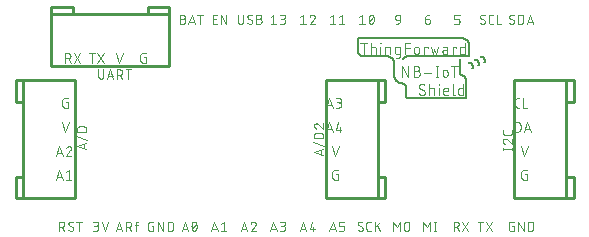
<source format=gto>
G75*
%MOIN*%
%OFA0B0*%
%FSLAX25Y25*%
%IPPOS*%
%LPD*%
%AMOC8*
5,1,8,0,0,1.08239X$1,22.5*
%
%ADD10C,0.00300*%
%ADD11C,0.00600*%
%ADD12C,0.00800*%
%ADD13C,0.00500*%
%ADD14C,0.01000*%
D10*
X0022829Y0010260D02*
X0022829Y0013360D01*
X0023690Y0013360D01*
X0023748Y0013358D01*
X0023805Y0013352D01*
X0023861Y0013343D01*
X0023917Y0013329D01*
X0023972Y0013312D01*
X0024026Y0013292D01*
X0024078Y0013267D01*
X0024129Y0013240D01*
X0024177Y0013209D01*
X0024224Y0013175D01*
X0024268Y0013138D01*
X0024309Y0013098D01*
X0024348Y0013055D01*
X0024383Y0013010D01*
X0024416Y0012962D01*
X0024445Y0012913D01*
X0024471Y0012861D01*
X0024493Y0012808D01*
X0024512Y0012754D01*
X0024528Y0012699D01*
X0024539Y0012642D01*
X0024547Y0012585D01*
X0024551Y0012528D01*
X0024551Y0012470D01*
X0024547Y0012413D01*
X0024539Y0012356D01*
X0024528Y0012299D01*
X0024512Y0012244D01*
X0024493Y0012190D01*
X0024471Y0012137D01*
X0024445Y0012085D01*
X0024416Y0012036D01*
X0024383Y0011988D01*
X0024348Y0011943D01*
X0024309Y0011900D01*
X0024268Y0011860D01*
X0024224Y0011823D01*
X0024177Y0011789D01*
X0024129Y0011758D01*
X0024078Y0011731D01*
X0024026Y0011706D01*
X0023972Y0011686D01*
X0023917Y0011669D01*
X0023861Y0011655D01*
X0023805Y0011646D01*
X0023748Y0011640D01*
X0023690Y0011638D01*
X0022829Y0011638D01*
X0023862Y0011638D02*
X0024551Y0010260D01*
X0027143Y0011552D02*
X0027187Y0011524D01*
X0027229Y0011493D01*
X0027268Y0011459D01*
X0027304Y0011422D01*
X0027338Y0011382D01*
X0027368Y0011340D01*
X0027396Y0011296D01*
X0027420Y0011250D01*
X0027440Y0011203D01*
X0027457Y0011154D01*
X0027471Y0011103D01*
X0027480Y0011052D01*
X0027486Y0011001D01*
X0027488Y0010949D01*
X0027486Y0010898D01*
X0027480Y0010846D01*
X0027471Y0010796D01*
X0027457Y0010746D01*
X0027440Y0010697D01*
X0027420Y0010650D01*
X0027396Y0010605D01*
X0027368Y0010561D01*
X0027338Y0010519D01*
X0027304Y0010480D01*
X0027268Y0010444D01*
X0027229Y0010410D01*
X0027187Y0010380D01*
X0027144Y0010352D01*
X0027098Y0010328D01*
X0027051Y0010308D01*
X0027002Y0010291D01*
X0026952Y0010277D01*
X0026902Y0010268D01*
X0026850Y0010262D01*
X0026799Y0010260D01*
X0027144Y0011552D02*
X0026196Y0012069D01*
X0026541Y0013361D02*
X0026610Y0013359D01*
X0026679Y0013354D01*
X0026748Y0013344D01*
X0026816Y0013331D01*
X0026883Y0013315D01*
X0026950Y0013295D01*
X0027015Y0013271D01*
X0027078Y0013244D01*
X0027141Y0013213D01*
X0027201Y0013180D01*
X0027260Y0013143D01*
X0027316Y0013103D01*
X0026197Y0012068D02*
X0026153Y0012096D01*
X0026111Y0012127D01*
X0026072Y0012161D01*
X0026036Y0012198D01*
X0026002Y0012238D01*
X0025972Y0012280D01*
X0025944Y0012324D01*
X0025920Y0012370D01*
X0025900Y0012417D01*
X0025883Y0012466D01*
X0025869Y0012517D01*
X0025860Y0012568D01*
X0025854Y0012619D01*
X0025852Y0012671D01*
X0025854Y0012722D01*
X0025860Y0012774D01*
X0025869Y0012824D01*
X0025883Y0012874D01*
X0025900Y0012923D01*
X0025920Y0012970D01*
X0025944Y0013016D01*
X0025972Y0013059D01*
X0026002Y0013101D01*
X0026036Y0013140D01*
X0026072Y0013176D01*
X0026111Y0013210D01*
X0026153Y0013240D01*
X0026197Y0013268D01*
X0026242Y0013292D01*
X0026289Y0013312D01*
X0026338Y0013329D01*
X0026388Y0013343D01*
X0026438Y0013352D01*
X0026490Y0013358D01*
X0026541Y0013360D01*
X0028520Y0013360D02*
X0030242Y0013360D01*
X0029381Y0013360D02*
X0029381Y0010260D01*
X0026799Y0010261D02*
X0026727Y0010263D01*
X0026656Y0010268D01*
X0026584Y0010277D01*
X0026514Y0010289D01*
X0026444Y0010305D01*
X0026374Y0010324D01*
X0026306Y0010347D01*
X0026239Y0010373D01*
X0026174Y0010402D01*
X0026110Y0010435D01*
X0026047Y0010470D01*
X0025987Y0010509D01*
X0025928Y0010550D01*
X0025872Y0010595D01*
X0025818Y0010642D01*
X0025766Y0010691D01*
X0034162Y0010260D02*
X0035023Y0010260D01*
X0035081Y0010262D01*
X0035138Y0010268D01*
X0035194Y0010277D01*
X0035250Y0010291D01*
X0035305Y0010308D01*
X0035359Y0010328D01*
X0035411Y0010353D01*
X0035462Y0010380D01*
X0035510Y0010411D01*
X0035557Y0010445D01*
X0035601Y0010482D01*
X0035642Y0010522D01*
X0035681Y0010565D01*
X0035716Y0010610D01*
X0035749Y0010658D01*
X0035778Y0010707D01*
X0035804Y0010759D01*
X0035826Y0010812D01*
X0035845Y0010866D01*
X0035861Y0010921D01*
X0035872Y0010978D01*
X0035880Y0011035D01*
X0035884Y0011092D01*
X0035884Y0011150D01*
X0035880Y0011207D01*
X0035872Y0011264D01*
X0035861Y0011321D01*
X0035845Y0011376D01*
X0035826Y0011430D01*
X0035804Y0011483D01*
X0035778Y0011535D01*
X0035749Y0011584D01*
X0035716Y0011632D01*
X0035681Y0011677D01*
X0035642Y0011720D01*
X0035601Y0011760D01*
X0035557Y0011797D01*
X0035510Y0011831D01*
X0035462Y0011862D01*
X0035411Y0011889D01*
X0035359Y0011914D01*
X0035305Y0011934D01*
X0035250Y0011951D01*
X0035194Y0011965D01*
X0035138Y0011974D01*
X0035081Y0011980D01*
X0035023Y0011982D01*
X0035195Y0011982D02*
X0034506Y0011982D01*
X0035195Y0011982D02*
X0035246Y0011984D01*
X0035298Y0011990D01*
X0035348Y0011999D01*
X0035398Y0012013D01*
X0035447Y0012030D01*
X0035494Y0012050D01*
X0035540Y0012074D01*
X0035583Y0012102D01*
X0035625Y0012132D01*
X0035664Y0012166D01*
X0035700Y0012202D01*
X0035734Y0012241D01*
X0035764Y0012283D01*
X0035792Y0012327D01*
X0035816Y0012372D01*
X0035836Y0012419D01*
X0035853Y0012468D01*
X0035867Y0012518D01*
X0035876Y0012568D01*
X0035882Y0012620D01*
X0035884Y0012671D01*
X0035882Y0012722D01*
X0035876Y0012774D01*
X0035867Y0012824D01*
X0035853Y0012874D01*
X0035836Y0012923D01*
X0035816Y0012970D01*
X0035792Y0013016D01*
X0035764Y0013059D01*
X0035734Y0013101D01*
X0035700Y0013140D01*
X0035664Y0013176D01*
X0035625Y0013210D01*
X0035583Y0013240D01*
X0035539Y0013268D01*
X0035494Y0013292D01*
X0035447Y0013312D01*
X0035398Y0013329D01*
X0035348Y0013343D01*
X0035298Y0013352D01*
X0035246Y0013358D01*
X0035195Y0013360D01*
X0034162Y0013360D01*
X0037049Y0013360D02*
X0038083Y0010260D01*
X0039116Y0013360D01*
X0042743Y0013360D02*
X0043777Y0010260D01*
X0043518Y0011035D02*
X0041968Y0011035D01*
X0041710Y0010260D02*
X0042743Y0013360D01*
X0045065Y0013360D02*
X0045926Y0013360D01*
X0045984Y0013358D01*
X0046041Y0013352D01*
X0046097Y0013343D01*
X0046153Y0013329D01*
X0046208Y0013312D01*
X0046262Y0013292D01*
X0046314Y0013267D01*
X0046365Y0013240D01*
X0046413Y0013209D01*
X0046460Y0013175D01*
X0046504Y0013138D01*
X0046545Y0013098D01*
X0046584Y0013055D01*
X0046619Y0013010D01*
X0046652Y0012962D01*
X0046681Y0012913D01*
X0046707Y0012861D01*
X0046729Y0012808D01*
X0046748Y0012754D01*
X0046764Y0012699D01*
X0046775Y0012642D01*
X0046783Y0012585D01*
X0046787Y0012528D01*
X0046787Y0012470D01*
X0046783Y0012413D01*
X0046775Y0012356D01*
X0046764Y0012299D01*
X0046748Y0012244D01*
X0046729Y0012190D01*
X0046707Y0012137D01*
X0046681Y0012085D01*
X0046652Y0012036D01*
X0046619Y0011988D01*
X0046584Y0011943D01*
X0046545Y0011900D01*
X0046504Y0011860D01*
X0046460Y0011823D01*
X0046413Y0011789D01*
X0046365Y0011758D01*
X0046314Y0011731D01*
X0046262Y0011706D01*
X0046208Y0011686D01*
X0046153Y0011669D01*
X0046097Y0011655D01*
X0046041Y0011646D01*
X0045984Y0011640D01*
X0045926Y0011638D01*
X0045065Y0011638D01*
X0046098Y0011638D02*
X0046787Y0010260D01*
X0048238Y0010260D02*
X0048238Y0012844D01*
X0048240Y0012887D01*
X0048245Y0012929D01*
X0048254Y0012971D01*
X0048266Y0013012D01*
X0048282Y0013052D01*
X0048300Y0013090D01*
X0048322Y0013127D01*
X0048347Y0013162D01*
X0048375Y0013194D01*
X0048405Y0013224D01*
X0048437Y0013252D01*
X0048472Y0013277D01*
X0048509Y0013299D01*
X0048547Y0013317D01*
X0048587Y0013333D01*
X0048628Y0013345D01*
X0048670Y0013354D01*
X0048712Y0013359D01*
X0048755Y0013361D01*
X0048755Y0013360D02*
X0048927Y0013360D01*
X0048927Y0012327D02*
X0047894Y0012327D01*
X0045065Y0013360D02*
X0045065Y0010260D01*
X0052488Y0010949D02*
X0052488Y0012671D01*
X0052490Y0012722D01*
X0052496Y0012774D01*
X0052505Y0012824D01*
X0052519Y0012874D01*
X0052536Y0012923D01*
X0052556Y0012970D01*
X0052580Y0013015D01*
X0052608Y0013059D01*
X0052638Y0013101D01*
X0052672Y0013140D01*
X0052708Y0013176D01*
X0052747Y0013210D01*
X0052789Y0013240D01*
X0052832Y0013268D01*
X0052878Y0013292D01*
X0052925Y0013312D01*
X0052974Y0013329D01*
X0053024Y0013343D01*
X0053074Y0013352D01*
X0053125Y0013358D01*
X0053177Y0013360D01*
X0054210Y0013360D01*
X0055752Y0013360D02*
X0057474Y0010260D01*
X0057474Y0013360D01*
X0059016Y0013360D02*
X0059877Y0013360D01*
X0059933Y0013358D01*
X0059989Y0013353D01*
X0060045Y0013343D01*
X0060100Y0013331D01*
X0060154Y0013314D01*
X0060206Y0013294D01*
X0060258Y0013271D01*
X0060308Y0013245D01*
X0060355Y0013215D01*
X0060401Y0013182D01*
X0060445Y0013146D01*
X0060486Y0013108D01*
X0060524Y0013067D01*
X0060560Y0013023D01*
X0060593Y0012977D01*
X0060623Y0012929D01*
X0060649Y0012880D01*
X0060672Y0012828D01*
X0060692Y0012776D01*
X0060709Y0012722D01*
X0060721Y0012667D01*
X0060731Y0012611D01*
X0060736Y0012555D01*
X0060738Y0012499D01*
X0060738Y0011121D01*
X0060736Y0011065D01*
X0060731Y0011009D01*
X0060721Y0010953D01*
X0060709Y0010898D01*
X0060692Y0010844D01*
X0060672Y0010792D01*
X0060649Y0010740D01*
X0060623Y0010691D01*
X0060593Y0010643D01*
X0060560Y0010597D01*
X0060524Y0010553D01*
X0060486Y0010512D01*
X0060445Y0010474D01*
X0060401Y0010438D01*
X0060355Y0010405D01*
X0060308Y0010375D01*
X0060258Y0010349D01*
X0060206Y0010326D01*
X0060154Y0010306D01*
X0060100Y0010289D01*
X0060045Y0010277D01*
X0059989Y0010267D01*
X0059933Y0010262D01*
X0059877Y0010260D01*
X0059016Y0010260D01*
X0059016Y0013360D01*
X0055752Y0013360D02*
X0055752Y0010260D01*
X0054210Y0010260D02*
X0054210Y0011982D01*
X0053694Y0011982D01*
X0052488Y0010949D02*
X0052490Y0010898D01*
X0052496Y0010846D01*
X0052505Y0010796D01*
X0052519Y0010746D01*
X0052536Y0010697D01*
X0052556Y0010650D01*
X0052580Y0010605D01*
X0052608Y0010561D01*
X0052638Y0010519D01*
X0052672Y0010480D01*
X0052708Y0010444D01*
X0052747Y0010410D01*
X0052789Y0010380D01*
X0052833Y0010352D01*
X0052878Y0010328D01*
X0052925Y0010308D01*
X0052974Y0010291D01*
X0053024Y0010277D01*
X0053074Y0010268D01*
X0053126Y0010262D01*
X0053177Y0010260D01*
X0054210Y0010260D01*
X0063658Y0010260D02*
X0064691Y0013360D01*
X0065724Y0010260D01*
X0065466Y0011035D02*
X0063916Y0011035D01*
X0068355Y0010690D02*
X0068395Y0010778D01*
X0068433Y0010867D01*
X0068467Y0010957D01*
X0068497Y0011049D01*
X0068524Y0011142D01*
X0068548Y0011235D01*
X0068568Y0011330D01*
X0068584Y0011425D01*
X0068597Y0011521D01*
X0068606Y0011617D01*
X0068611Y0011713D01*
X0068613Y0011810D01*
X0066890Y0011810D02*
X0066892Y0011907D01*
X0066897Y0012003D01*
X0066906Y0012099D01*
X0066919Y0012195D01*
X0066935Y0012290D01*
X0066955Y0012385D01*
X0066979Y0012478D01*
X0067006Y0012571D01*
X0067036Y0012663D01*
X0067070Y0012753D01*
X0067108Y0012842D01*
X0067148Y0012930D01*
X0067751Y0013360D02*
X0067800Y0013358D01*
X0067849Y0013352D01*
X0067898Y0013343D01*
X0067945Y0013330D01*
X0067992Y0013313D01*
X0068037Y0013292D01*
X0068080Y0013268D01*
X0068121Y0013241D01*
X0068160Y0013211D01*
X0068197Y0013178D01*
X0068231Y0013142D01*
X0068262Y0013104D01*
X0068290Y0013063D01*
X0068314Y0013020D01*
X0068336Y0012976D01*
X0068354Y0012930D01*
X0068440Y0012671D02*
X0067062Y0010949D01*
X0067751Y0010260D02*
X0067800Y0010262D01*
X0067849Y0010268D01*
X0067898Y0010277D01*
X0067945Y0010290D01*
X0067992Y0010307D01*
X0068037Y0010328D01*
X0068080Y0010352D01*
X0068121Y0010379D01*
X0068160Y0010409D01*
X0068197Y0010442D01*
X0068231Y0010478D01*
X0068262Y0010516D01*
X0068290Y0010557D01*
X0068314Y0010600D01*
X0068336Y0010644D01*
X0068354Y0010690D01*
X0067751Y0010260D02*
X0067702Y0010262D01*
X0067653Y0010268D01*
X0067604Y0010277D01*
X0067557Y0010290D01*
X0067510Y0010307D01*
X0067465Y0010328D01*
X0067422Y0010352D01*
X0067381Y0010379D01*
X0067342Y0010409D01*
X0067305Y0010442D01*
X0067271Y0010478D01*
X0067240Y0010516D01*
X0067212Y0010557D01*
X0067188Y0010600D01*
X0067166Y0010644D01*
X0067148Y0010690D01*
X0068613Y0011810D02*
X0068611Y0011907D01*
X0068606Y0012003D01*
X0068597Y0012099D01*
X0068584Y0012195D01*
X0068567Y0012290D01*
X0068548Y0012385D01*
X0068524Y0012478D01*
X0068497Y0012571D01*
X0068467Y0012663D01*
X0068433Y0012753D01*
X0068395Y0012842D01*
X0068355Y0012930D01*
X0067751Y0013360D02*
X0067702Y0013358D01*
X0067653Y0013352D01*
X0067604Y0013343D01*
X0067557Y0013330D01*
X0067510Y0013313D01*
X0067465Y0013292D01*
X0067422Y0013268D01*
X0067381Y0013241D01*
X0067342Y0013211D01*
X0067305Y0013178D01*
X0067271Y0013142D01*
X0067240Y0013104D01*
X0067212Y0013063D01*
X0067188Y0013020D01*
X0067166Y0012976D01*
X0067148Y0012930D01*
X0066890Y0011810D02*
X0066892Y0011713D01*
X0066897Y0011617D01*
X0066906Y0011521D01*
X0066919Y0011425D01*
X0066935Y0011330D01*
X0066955Y0011235D01*
X0066979Y0011142D01*
X0067006Y0011049D01*
X0067036Y0010957D01*
X0067070Y0010867D01*
X0067108Y0010778D01*
X0067148Y0010690D01*
X0073500Y0010260D02*
X0074534Y0013360D01*
X0075567Y0010260D01*
X0075309Y0011035D02*
X0073759Y0011035D01*
X0076733Y0010260D02*
X0078455Y0010260D01*
X0077594Y0010260D02*
X0077594Y0013360D01*
X0076733Y0012671D01*
X0083343Y0010260D02*
X0084376Y0013360D01*
X0085409Y0010260D01*
X0085151Y0011035D02*
X0083601Y0011035D01*
X0086575Y0010260D02*
X0088297Y0010260D01*
X0086575Y0010260D02*
X0088039Y0011982D01*
X0087522Y0013361D02*
X0087462Y0013359D01*
X0087403Y0013354D01*
X0087344Y0013345D01*
X0087286Y0013333D01*
X0087228Y0013317D01*
X0087172Y0013297D01*
X0087117Y0013275D01*
X0087063Y0013249D01*
X0087011Y0013220D01*
X0086961Y0013188D01*
X0086912Y0013153D01*
X0086866Y0013115D01*
X0086823Y0013074D01*
X0086781Y0013031D01*
X0086743Y0012985D01*
X0086707Y0012938D01*
X0086674Y0012888D01*
X0086645Y0012836D01*
X0086618Y0012783D01*
X0086595Y0012728D01*
X0086574Y0012672D01*
X0088039Y0011983D02*
X0088078Y0012023D01*
X0088115Y0012065D01*
X0088148Y0012110D01*
X0088179Y0012157D01*
X0088206Y0012206D01*
X0088230Y0012257D01*
X0088250Y0012310D01*
X0088267Y0012363D01*
X0088280Y0012418D01*
X0088289Y0012473D01*
X0088295Y0012529D01*
X0088297Y0012585D01*
X0088295Y0012640D01*
X0088289Y0012695D01*
X0088279Y0012750D01*
X0088266Y0012803D01*
X0088248Y0012856D01*
X0088227Y0012907D01*
X0088202Y0012956D01*
X0088174Y0013004D01*
X0088142Y0013049D01*
X0088108Y0013093D01*
X0088070Y0013133D01*
X0088030Y0013171D01*
X0087986Y0013205D01*
X0087941Y0013237D01*
X0087893Y0013265D01*
X0087844Y0013290D01*
X0087793Y0013311D01*
X0087740Y0013329D01*
X0087687Y0013342D01*
X0087632Y0013352D01*
X0087577Y0013358D01*
X0087522Y0013360D01*
X0093444Y0011035D02*
X0094994Y0011035D01*
X0095252Y0010260D02*
X0094219Y0013360D01*
X0093185Y0010260D01*
X0096418Y0010260D02*
X0097279Y0010260D01*
X0097337Y0010262D01*
X0097394Y0010268D01*
X0097450Y0010277D01*
X0097506Y0010291D01*
X0097561Y0010308D01*
X0097615Y0010328D01*
X0097667Y0010353D01*
X0097718Y0010380D01*
X0097766Y0010411D01*
X0097813Y0010445D01*
X0097857Y0010482D01*
X0097898Y0010522D01*
X0097937Y0010565D01*
X0097972Y0010610D01*
X0098005Y0010658D01*
X0098034Y0010707D01*
X0098060Y0010759D01*
X0098082Y0010812D01*
X0098101Y0010866D01*
X0098117Y0010921D01*
X0098128Y0010978D01*
X0098136Y0011035D01*
X0098140Y0011092D01*
X0098140Y0011150D01*
X0098136Y0011207D01*
X0098128Y0011264D01*
X0098117Y0011321D01*
X0098101Y0011376D01*
X0098082Y0011430D01*
X0098060Y0011483D01*
X0098034Y0011535D01*
X0098005Y0011584D01*
X0097972Y0011632D01*
X0097937Y0011677D01*
X0097898Y0011720D01*
X0097857Y0011760D01*
X0097813Y0011797D01*
X0097766Y0011831D01*
X0097718Y0011862D01*
X0097667Y0011889D01*
X0097615Y0011914D01*
X0097561Y0011934D01*
X0097506Y0011951D01*
X0097450Y0011965D01*
X0097394Y0011974D01*
X0097337Y0011980D01*
X0097279Y0011982D01*
X0097451Y0011982D02*
X0096762Y0011982D01*
X0097451Y0011982D02*
X0097502Y0011984D01*
X0097554Y0011990D01*
X0097604Y0011999D01*
X0097654Y0012013D01*
X0097703Y0012030D01*
X0097750Y0012050D01*
X0097796Y0012074D01*
X0097839Y0012102D01*
X0097881Y0012132D01*
X0097920Y0012166D01*
X0097956Y0012202D01*
X0097990Y0012241D01*
X0098020Y0012283D01*
X0098048Y0012327D01*
X0098072Y0012372D01*
X0098092Y0012419D01*
X0098109Y0012468D01*
X0098123Y0012518D01*
X0098132Y0012568D01*
X0098138Y0012620D01*
X0098140Y0012671D01*
X0098138Y0012722D01*
X0098132Y0012774D01*
X0098123Y0012824D01*
X0098109Y0012874D01*
X0098092Y0012923D01*
X0098072Y0012970D01*
X0098048Y0013016D01*
X0098020Y0013059D01*
X0097990Y0013101D01*
X0097956Y0013140D01*
X0097920Y0013176D01*
X0097881Y0013210D01*
X0097839Y0013240D01*
X0097796Y0013268D01*
X0097750Y0013292D01*
X0097703Y0013312D01*
X0097654Y0013329D01*
X0097604Y0013343D01*
X0097554Y0013352D01*
X0097502Y0013358D01*
X0097451Y0013360D01*
X0096418Y0013360D01*
X0103286Y0011035D02*
X0104836Y0011035D01*
X0105095Y0010260D02*
X0104061Y0013360D01*
X0103028Y0010260D01*
X0106260Y0010949D02*
X0107982Y0010949D01*
X0107466Y0011638D02*
X0107466Y0010260D01*
X0106260Y0010949D02*
X0106949Y0013360D01*
X0113129Y0011035D02*
X0114679Y0011035D01*
X0114937Y0010260D02*
X0113904Y0013360D01*
X0112870Y0010260D01*
X0116103Y0010260D02*
X0117136Y0010260D01*
X0117187Y0010262D01*
X0117239Y0010268D01*
X0117289Y0010277D01*
X0117339Y0010291D01*
X0117388Y0010308D01*
X0117435Y0010328D01*
X0117481Y0010352D01*
X0117524Y0010380D01*
X0117566Y0010410D01*
X0117605Y0010444D01*
X0117641Y0010480D01*
X0117675Y0010519D01*
X0117705Y0010561D01*
X0117733Y0010605D01*
X0117757Y0010650D01*
X0117777Y0010697D01*
X0117794Y0010746D01*
X0117808Y0010796D01*
X0117817Y0010846D01*
X0117823Y0010898D01*
X0117825Y0010949D01*
X0117825Y0011294D01*
X0117823Y0011345D01*
X0117817Y0011397D01*
X0117808Y0011447D01*
X0117794Y0011497D01*
X0117777Y0011546D01*
X0117757Y0011593D01*
X0117733Y0011639D01*
X0117705Y0011682D01*
X0117675Y0011724D01*
X0117641Y0011763D01*
X0117605Y0011799D01*
X0117566Y0011833D01*
X0117524Y0011863D01*
X0117481Y0011891D01*
X0117435Y0011915D01*
X0117388Y0011935D01*
X0117339Y0011952D01*
X0117289Y0011966D01*
X0117239Y0011975D01*
X0117187Y0011981D01*
X0117136Y0011983D01*
X0117136Y0011982D02*
X0116103Y0011982D01*
X0116103Y0013360D01*
X0117825Y0013360D01*
X0122687Y0012069D02*
X0123634Y0011552D01*
X0123289Y0010261D02*
X0123217Y0010263D01*
X0123146Y0010268D01*
X0123074Y0010277D01*
X0123004Y0010289D01*
X0122934Y0010305D01*
X0122864Y0010324D01*
X0122796Y0010347D01*
X0122729Y0010373D01*
X0122664Y0010402D01*
X0122600Y0010435D01*
X0122537Y0010470D01*
X0122477Y0010509D01*
X0122418Y0010550D01*
X0122362Y0010595D01*
X0122308Y0010642D01*
X0122256Y0010691D01*
X0123634Y0011552D02*
X0123678Y0011524D01*
X0123720Y0011493D01*
X0123759Y0011459D01*
X0123795Y0011422D01*
X0123829Y0011382D01*
X0123859Y0011340D01*
X0123887Y0011296D01*
X0123911Y0011250D01*
X0123931Y0011203D01*
X0123948Y0011154D01*
X0123962Y0011103D01*
X0123971Y0011052D01*
X0123977Y0011001D01*
X0123979Y0010949D01*
X0123978Y0010949D02*
X0123976Y0010898D01*
X0123970Y0010846D01*
X0123961Y0010796D01*
X0123947Y0010746D01*
X0123930Y0010697D01*
X0123910Y0010650D01*
X0123886Y0010605D01*
X0123858Y0010561D01*
X0123828Y0010519D01*
X0123794Y0010480D01*
X0123758Y0010444D01*
X0123719Y0010410D01*
X0123677Y0010380D01*
X0123634Y0010352D01*
X0123588Y0010328D01*
X0123541Y0010308D01*
X0123492Y0010291D01*
X0123442Y0010277D01*
X0123392Y0010268D01*
X0123340Y0010262D01*
X0123289Y0010260D01*
X0125205Y0010949D02*
X0125205Y0012671D01*
X0125204Y0012671D02*
X0125206Y0012722D01*
X0125212Y0012774D01*
X0125221Y0012824D01*
X0125235Y0012874D01*
X0125252Y0012923D01*
X0125272Y0012970D01*
X0125296Y0013015D01*
X0125324Y0013059D01*
X0125354Y0013101D01*
X0125388Y0013140D01*
X0125424Y0013176D01*
X0125463Y0013210D01*
X0125505Y0013240D01*
X0125548Y0013268D01*
X0125594Y0013292D01*
X0125641Y0013312D01*
X0125690Y0013329D01*
X0125740Y0013343D01*
X0125790Y0013352D01*
X0125841Y0013358D01*
X0125893Y0013360D01*
X0126582Y0013360D01*
X0127914Y0013360D02*
X0127914Y0010260D01*
X0127914Y0011466D02*
X0129636Y0013360D01*
X0128602Y0012155D02*
X0129636Y0010260D01*
X0126582Y0010260D02*
X0125893Y0010260D01*
X0125842Y0010262D01*
X0125790Y0010268D01*
X0125740Y0010277D01*
X0125690Y0010291D01*
X0125641Y0010308D01*
X0125594Y0010328D01*
X0125549Y0010352D01*
X0125505Y0010380D01*
X0125463Y0010410D01*
X0125424Y0010444D01*
X0125388Y0010480D01*
X0125354Y0010519D01*
X0125324Y0010561D01*
X0125296Y0010605D01*
X0125272Y0010650D01*
X0125252Y0010697D01*
X0125235Y0010746D01*
X0125221Y0010796D01*
X0125212Y0010846D01*
X0125206Y0010898D01*
X0125204Y0010949D01*
X0123806Y0013103D02*
X0123750Y0013143D01*
X0123691Y0013180D01*
X0123631Y0013213D01*
X0123568Y0013244D01*
X0123505Y0013271D01*
X0123440Y0013295D01*
X0123373Y0013315D01*
X0123306Y0013331D01*
X0123238Y0013344D01*
X0123169Y0013354D01*
X0123100Y0013359D01*
X0123031Y0013361D01*
X0123031Y0013360D02*
X0122980Y0013358D01*
X0122928Y0013352D01*
X0122878Y0013343D01*
X0122828Y0013329D01*
X0122779Y0013312D01*
X0122732Y0013292D01*
X0122687Y0013268D01*
X0122643Y0013240D01*
X0122601Y0013210D01*
X0122562Y0013176D01*
X0122526Y0013140D01*
X0122492Y0013101D01*
X0122462Y0013059D01*
X0122434Y0013016D01*
X0122410Y0012970D01*
X0122390Y0012923D01*
X0122373Y0012874D01*
X0122359Y0012824D01*
X0122350Y0012774D01*
X0122344Y0012722D01*
X0122342Y0012671D01*
X0122344Y0012619D01*
X0122350Y0012568D01*
X0122359Y0012517D01*
X0122373Y0012466D01*
X0122390Y0012417D01*
X0122410Y0012370D01*
X0122434Y0012324D01*
X0122462Y0012280D01*
X0122492Y0012238D01*
X0122526Y0012198D01*
X0122562Y0012161D01*
X0122601Y0012127D01*
X0122643Y0012096D01*
X0122687Y0012068D01*
X0134218Y0013360D02*
X0134218Y0010260D01*
X0135251Y0011638D02*
X0136285Y0013360D01*
X0136285Y0010260D01*
X0137756Y0011121D02*
X0137756Y0012499D01*
X0137758Y0012557D01*
X0137764Y0012614D01*
X0137773Y0012670D01*
X0137787Y0012726D01*
X0137804Y0012781D01*
X0137824Y0012835D01*
X0137849Y0012887D01*
X0137876Y0012938D01*
X0137907Y0012986D01*
X0137941Y0013033D01*
X0137978Y0013077D01*
X0138018Y0013118D01*
X0138061Y0013157D01*
X0138106Y0013192D01*
X0138154Y0013225D01*
X0138203Y0013254D01*
X0138255Y0013280D01*
X0138308Y0013302D01*
X0138362Y0013321D01*
X0138417Y0013337D01*
X0138474Y0013348D01*
X0138531Y0013356D01*
X0138588Y0013360D01*
X0138646Y0013360D01*
X0138703Y0013356D01*
X0138760Y0013348D01*
X0138817Y0013337D01*
X0138872Y0013321D01*
X0138926Y0013302D01*
X0138979Y0013280D01*
X0139031Y0013254D01*
X0139080Y0013225D01*
X0139128Y0013192D01*
X0139173Y0013157D01*
X0139216Y0013118D01*
X0139256Y0013077D01*
X0139293Y0013033D01*
X0139327Y0012986D01*
X0139358Y0012938D01*
X0139385Y0012887D01*
X0139410Y0012835D01*
X0139430Y0012781D01*
X0139447Y0012726D01*
X0139461Y0012670D01*
X0139470Y0012614D01*
X0139476Y0012557D01*
X0139478Y0012499D01*
X0139478Y0011121D01*
X0139476Y0011063D01*
X0139470Y0011006D01*
X0139461Y0010950D01*
X0139447Y0010894D01*
X0139430Y0010839D01*
X0139410Y0010785D01*
X0139385Y0010733D01*
X0139358Y0010682D01*
X0139327Y0010634D01*
X0139293Y0010587D01*
X0139256Y0010543D01*
X0139216Y0010502D01*
X0139173Y0010463D01*
X0139128Y0010428D01*
X0139080Y0010395D01*
X0139031Y0010366D01*
X0138979Y0010340D01*
X0138926Y0010318D01*
X0138872Y0010299D01*
X0138817Y0010283D01*
X0138760Y0010272D01*
X0138703Y0010264D01*
X0138646Y0010260D01*
X0138588Y0010260D01*
X0138531Y0010264D01*
X0138474Y0010272D01*
X0138417Y0010283D01*
X0138362Y0010299D01*
X0138308Y0010318D01*
X0138255Y0010340D01*
X0138203Y0010366D01*
X0138154Y0010395D01*
X0138106Y0010428D01*
X0138061Y0010463D01*
X0138018Y0010502D01*
X0137978Y0010543D01*
X0137941Y0010587D01*
X0137907Y0010634D01*
X0137876Y0010682D01*
X0137849Y0010733D01*
X0137824Y0010785D01*
X0137804Y0010839D01*
X0137787Y0010894D01*
X0137773Y0010950D01*
X0137764Y0011006D01*
X0137758Y0011063D01*
X0137756Y0011121D01*
X0135251Y0011638D02*
X0134218Y0013360D01*
X0144221Y0013360D02*
X0144221Y0010260D01*
X0145254Y0011638D02*
X0146287Y0013360D01*
X0146287Y0010260D01*
X0147663Y0010260D02*
X0148352Y0010260D01*
X0148008Y0010260D02*
X0148008Y0013360D01*
X0148352Y0013360D02*
X0147663Y0013360D01*
X0145254Y0011638D02*
X0144221Y0013360D01*
X0154230Y0013360D02*
X0154230Y0010260D01*
X0154230Y0011638D02*
X0155091Y0011638D01*
X0155263Y0011638D02*
X0155952Y0010260D01*
X0157097Y0010260D02*
X0159163Y0013360D01*
X0157097Y0013360D02*
X0159163Y0010260D01*
X0163148Y0010260D02*
X0163148Y0013360D01*
X0162287Y0013360D02*
X0164009Y0013360D01*
X0164971Y0013360D02*
X0167037Y0010260D01*
X0164971Y0010260D02*
X0167037Y0013360D01*
X0172598Y0012671D02*
X0172598Y0010949D01*
X0172600Y0010898D01*
X0172606Y0010846D01*
X0172615Y0010796D01*
X0172629Y0010746D01*
X0172646Y0010697D01*
X0172666Y0010650D01*
X0172690Y0010605D01*
X0172718Y0010561D01*
X0172748Y0010519D01*
X0172782Y0010480D01*
X0172818Y0010444D01*
X0172857Y0010410D01*
X0172899Y0010380D01*
X0172943Y0010352D01*
X0172988Y0010328D01*
X0173035Y0010308D01*
X0173084Y0010291D01*
X0173134Y0010277D01*
X0173184Y0010268D01*
X0173236Y0010262D01*
X0173287Y0010260D01*
X0174320Y0010260D01*
X0174320Y0011982D01*
X0173804Y0011982D01*
X0172598Y0012671D02*
X0172600Y0012722D01*
X0172606Y0012774D01*
X0172615Y0012824D01*
X0172629Y0012874D01*
X0172646Y0012923D01*
X0172666Y0012970D01*
X0172690Y0013015D01*
X0172718Y0013059D01*
X0172748Y0013101D01*
X0172782Y0013140D01*
X0172818Y0013176D01*
X0172857Y0013210D01*
X0172899Y0013240D01*
X0172942Y0013268D01*
X0172988Y0013292D01*
X0173035Y0013312D01*
X0173084Y0013329D01*
X0173134Y0013343D01*
X0173184Y0013352D01*
X0173235Y0013358D01*
X0173287Y0013360D01*
X0174320Y0013360D01*
X0175862Y0013360D02*
X0177584Y0010260D01*
X0177584Y0013360D01*
X0179126Y0013360D02*
X0179987Y0013360D01*
X0179126Y0013360D02*
X0179126Y0010260D01*
X0179987Y0010260D01*
X0180043Y0010262D01*
X0180099Y0010267D01*
X0180155Y0010277D01*
X0180210Y0010289D01*
X0180264Y0010306D01*
X0180316Y0010326D01*
X0180368Y0010349D01*
X0180418Y0010375D01*
X0180465Y0010405D01*
X0180511Y0010438D01*
X0180555Y0010474D01*
X0180596Y0010512D01*
X0180634Y0010553D01*
X0180670Y0010597D01*
X0180703Y0010643D01*
X0180733Y0010691D01*
X0180759Y0010740D01*
X0180782Y0010792D01*
X0180802Y0010844D01*
X0180819Y0010898D01*
X0180831Y0010953D01*
X0180841Y0011009D01*
X0180846Y0011065D01*
X0180848Y0011121D01*
X0180848Y0012499D01*
X0180846Y0012555D01*
X0180841Y0012611D01*
X0180831Y0012667D01*
X0180819Y0012722D01*
X0180802Y0012776D01*
X0180782Y0012828D01*
X0180759Y0012880D01*
X0180733Y0012929D01*
X0180703Y0012977D01*
X0180670Y0013023D01*
X0180634Y0013067D01*
X0180596Y0013108D01*
X0180555Y0013146D01*
X0180511Y0013182D01*
X0180465Y0013215D01*
X0180418Y0013245D01*
X0180368Y0013271D01*
X0180316Y0013294D01*
X0180264Y0013314D01*
X0180210Y0013331D01*
X0180155Y0013343D01*
X0180099Y0013353D01*
X0180043Y0013358D01*
X0179987Y0013360D01*
X0175862Y0013360D02*
X0175862Y0010260D01*
X0155091Y0011638D02*
X0155149Y0011640D01*
X0155206Y0011646D01*
X0155262Y0011655D01*
X0155318Y0011669D01*
X0155373Y0011686D01*
X0155427Y0011706D01*
X0155479Y0011731D01*
X0155530Y0011758D01*
X0155578Y0011789D01*
X0155625Y0011823D01*
X0155669Y0011860D01*
X0155710Y0011900D01*
X0155749Y0011943D01*
X0155784Y0011988D01*
X0155817Y0012036D01*
X0155846Y0012085D01*
X0155872Y0012137D01*
X0155894Y0012190D01*
X0155913Y0012244D01*
X0155929Y0012299D01*
X0155940Y0012356D01*
X0155948Y0012413D01*
X0155952Y0012470D01*
X0155952Y0012528D01*
X0155948Y0012585D01*
X0155940Y0012642D01*
X0155929Y0012699D01*
X0155913Y0012754D01*
X0155894Y0012808D01*
X0155872Y0012861D01*
X0155846Y0012913D01*
X0155817Y0012962D01*
X0155784Y0013010D01*
X0155749Y0013055D01*
X0155710Y0013098D01*
X0155669Y0013138D01*
X0155625Y0013175D01*
X0155578Y0013209D01*
X0155530Y0013240D01*
X0155479Y0013267D01*
X0155427Y0013292D01*
X0155373Y0013312D01*
X0155318Y0013329D01*
X0155262Y0013343D01*
X0155206Y0013352D01*
X0155149Y0013358D01*
X0155091Y0013360D01*
X0154230Y0013360D01*
X0177530Y0027369D02*
X0178564Y0027369D01*
X0178564Y0029091D01*
X0178047Y0029091D01*
X0176841Y0029780D02*
X0176843Y0029831D01*
X0176849Y0029883D01*
X0176858Y0029933D01*
X0176872Y0029983D01*
X0176889Y0030032D01*
X0176909Y0030079D01*
X0176933Y0030124D01*
X0176961Y0030168D01*
X0176991Y0030210D01*
X0177025Y0030249D01*
X0177061Y0030285D01*
X0177100Y0030319D01*
X0177142Y0030349D01*
X0177185Y0030377D01*
X0177231Y0030401D01*
X0177278Y0030421D01*
X0177327Y0030438D01*
X0177377Y0030452D01*
X0177427Y0030461D01*
X0177478Y0030467D01*
X0177530Y0030469D01*
X0178564Y0030469D01*
X0176841Y0029780D02*
X0176841Y0028058D01*
X0176843Y0028007D01*
X0176849Y0027955D01*
X0176858Y0027905D01*
X0176872Y0027855D01*
X0176889Y0027806D01*
X0176909Y0027759D01*
X0176933Y0027714D01*
X0176961Y0027670D01*
X0176991Y0027628D01*
X0177025Y0027589D01*
X0177061Y0027553D01*
X0177100Y0027519D01*
X0177142Y0027489D01*
X0177186Y0027461D01*
X0177231Y0027437D01*
X0177278Y0027417D01*
X0177327Y0027400D01*
X0177377Y0027386D01*
X0177427Y0027377D01*
X0177479Y0027371D01*
X0177530Y0027369D01*
X0177875Y0035369D02*
X0178908Y0038469D01*
X0176841Y0038469D02*
X0177875Y0035369D01*
X0173722Y0037369D02*
X0173722Y0038058D01*
X0173722Y0037713D02*
X0170622Y0037713D01*
X0170622Y0037369D02*
X0170622Y0038058D01*
X0172000Y0040764D02*
X0173722Y0039300D01*
X0173722Y0041022D01*
X0173034Y0042351D02*
X0171311Y0042351D01*
X0171260Y0042353D01*
X0171208Y0042359D01*
X0171158Y0042368D01*
X0171108Y0042382D01*
X0171059Y0042399D01*
X0171012Y0042419D01*
X0170967Y0042443D01*
X0170923Y0042471D01*
X0170881Y0042501D01*
X0170842Y0042535D01*
X0170806Y0042571D01*
X0170772Y0042610D01*
X0170742Y0042652D01*
X0170714Y0042695D01*
X0170690Y0042741D01*
X0170670Y0042788D01*
X0170653Y0042837D01*
X0170639Y0042887D01*
X0170630Y0042937D01*
X0170624Y0042988D01*
X0170622Y0043040D01*
X0170622Y0043729D01*
X0173034Y0042351D02*
X0173085Y0042353D01*
X0173137Y0042359D01*
X0173187Y0042368D01*
X0173237Y0042382D01*
X0173286Y0042399D01*
X0173333Y0042419D01*
X0173379Y0042443D01*
X0173422Y0042471D01*
X0173464Y0042501D01*
X0173503Y0042535D01*
X0173539Y0042571D01*
X0173573Y0042610D01*
X0173603Y0042652D01*
X0173631Y0042696D01*
X0173655Y0042741D01*
X0173675Y0042788D01*
X0173692Y0042837D01*
X0173706Y0042887D01*
X0173715Y0042937D01*
X0173721Y0042989D01*
X0173723Y0043040D01*
X0173722Y0043040D02*
X0173722Y0043729D01*
X0174841Y0043369D02*
X0175702Y0043369D01*
X0174841Y0043369D02*
X0174841Y0046469D01*
X0175702Y0046469D01*
X0175758Y0046467D01*
X0175814Y0046462D01*
X0175870Y0046452D01*
X0175925Y0046440D01*
X0175979Y0046423D01*
X0176031Y0046403D01*
X0176083Y0046380D01*
X0176133Y0046354D01*
X0176180Y0046324D01*
X0176226Y0046291D01*
X0176270Y0046255D01*
X0176311Y0046217D01*
X0176349Y0046176D01*
X0176385Y0046132D01*
X0176418Y0046086D01*
X0176448Y0046038D01*
X0176474Y0045989D01*
X0176497Y0045937D01*
X0176517Y0045885D01*
X0176534Y0045831D01*
X0176546Y0045776D01*
X0176556Y0045720D01*
X0176561Y0045664D01*
X0176563Y0045608D01*
X0176564Y0045608D02*
X0176564Y0044230D01*
X0176563Y0044230D02*
X0176561Y0044174D01*
X0176556Y0044118D01*
X0176546Y0044062D01*
X0176534Y0044007D01*
X0176517Y0043953D01*
X0176497Y0043901D01*
X0176474Y0043849D01*
X0176448Y0043800D01*
X0176418Y0043752D01*
X0176385Y0043706D01*
X0176349Y0043662D01*
X0176311Y0043621D01*
X0176270Y0043583D01*
X0176226Y0043547D01*
X0176180Y0043514D01*
X0176133Y0043484D01*
X0176083Y0043458D01*
X0176031Y0043435D01*
X0175979Y0043415D01*
X0175925Y0043398D01*
X0175870Y0043386D01*
X0175814Y0043376D01*
X0175758Y0043371D01*
X0175702Y0043369D01*
X0177831Y0043369D02*
X0178864Y0046469D01*
X0179898Y0043369D01*
X0179639Y0044144D02*
X0178089Y0044144D01*
X0171311Y0039299D02*
X0171255Y0039320D01*
X0171200Y0039343D01*
X0171147Y0039370D01*
X0171095Y0039399D01*
X0171045Y0039432D01*
X0170998Y0039468D01*
X0170952Y0039506D01*
X0170909Y0039548D01*
X0170868Y0039591D01*
X0170830Y0039637D01*
X0170795Y0039686D01*
X0170763Y0039736D01*
X0170734Y0039788D01*
X0170708Y0039842D01*
X0170686Y0039897D01*
X0170666Y0039953D01*
X0170650Y0040011D01*
X0170638Y0040069D01*
X0170629Y0040128D01*
X0170624Y0040187D01*
X0170622Y0040247D01*
X0170624Y0040302D01*
X0170630Y0040357D01*
X0170640Y0040412D01*
X0170653Y0040465D01*
X0170671Y0040518D01*
X0170692Y0040569D01*
X0170717Y0040618D01*
X0170745Y0040666D01*
X0170777Y0040711D01*
X0170811Y0040755D01*
X0170849Y0040795D01*
X0170889Y0040833D01*
X0170933Y0040867D01*
X0170978Y0040899D01*
X0171026Y0040927D01*
X0171075Y0040952D01*
X0171126Y0040973D01*
X0171179Y0040991D01*
X0171232Y0041004D01*
X0171287Y0041014D01*
X0171342Y0041020D01*
X0171397Y0041022D01*
X0171453Y0041020D01*
X0171509Y0041014D01*
X0171564Y0041005D01*
X0171619Y0040992D01*
X0171672Y0040975D01*
X0171725Y0040955D01*
X0171776Y0040931D01*
X0171825Y0040904D01*
X0171872Y0040873D01*
X0171917Y0040840D01*
X0171959Y0040803D01*
X0171999Y0040764D01*
X0175530Y0051369D02*
X0176219Y0051369D01*
X0175530Y0051369D02*
X0175479Y0051371D01*
X0175427Y0051377D01*
X0175377Y0051386D01*
X0175327Y0051400D01*
X0175278Y0051417D01*
X0175231Y0051437D01*
X0175186Y0051461D01*
X0175142Y0051489D01*
X0175100Y0051519D01*
X0175061Y0051553D01*
X0175025Y0051589D01*
X0174991Y0051628D01*
X0174961Y0051670D01*
X0174933Y0051714D01*
X0174909Y0051759D01*
X0174889Y0051806D01*
X0174872Y0051855D01*
X0174858Y0051905D01*
X0174849Y0051955D01*
X0174843Y0052007D01*
X0174841Y0052058D01*
X0174841Y0053780D01*
X0174843Y0053831D01*
X0174849Y0053883D01*
X0174858Y0053933D01*
X0174872Y0053983D01*
X0174889Y0054032D01*
X0174909Y0054079D01*
X0174933Y0054124D01*
X0174961Y0054168D01*
X0174991Y0054210D01*
X0175025Y0054249D01*
X0175061Y0054285D01*
X0175100Y0054319D01*
X0175142Y0054349D01*
X0175185Y0054377D01*
X0175231Y0054401D01*
X0175278Y0054421D01*
X0175327Y0054438D01*
X0175377Y0054452D01*
X0175427Y0054461D01*
X0175478Y0054467D01*
X0175530Y0054469D01*
X0176219Y0054469D01*
X0177509Y0054469D02*
X0177509Y0051369D01*
X0178887Y0051369D01*
X0157496Y0055550D02*
X0156468Y0055550D01*
X0156420Y0055552D01*
X0156371Y0055558D01*
X0156324Y0055567D01*
X0156277Y0055580D01*
X0156232Y0055597D01*
X0156188Y0055617D01*
X0156146Y0055641D01*
X0156105Y0055668D01*
X0156067Y0055698D01*
X0156032Y0055731D01*
X0155999Y0055766D01*
X0155969Y0055804D01*
X0155942Y0055845D01*
X0155918Y0055887D01*
X0155898Y0055931D01*
X0155881Y0055976D01*
X0155868Y0056023D01*
X0155859Y0056070D01*
X0155853Y0056119D01*
X0155851Y0056167D01*
X0155852Y0056167D02*
X0155852Y0057400D01*
X0155851Y0057400D02*
X0155853Y0057448D01*
X0155859Y0057497D01*
X0155868Y0057544D01*
X0155881Y0057591D01*
X0155898Y0057636D01*
X0155918Y0057680D01*
X0155942Y0057722D01*
X0155969Y0057763D01*
X0155999Y0057801D01*
X0156032Y0057836D01*
X0156067Y0057869D01*
X0156105Y0057899D01*
X0156146Y0057926D01*
X0156188Y0057950D01*
X0156232Y0057970D01*
X0156277Y0057987D01*
X0156324Y0058000D01*
X0156371Y0058009D01*
X0156420Y0058015D01*
X0156468Y0058017D01*
X0157496Y0058017D01*
X0157496Y0059250D02*
X0157496Y0055550D01*
X0154616Y0055550D02*
X0154568Y0055552D01*
X0154519Y0055558D01*
X0154472Y0055567D01*
X0154425Y0055580D01*
X0154380Y0055597D01*
X0154336Y0055617D01*
X0154294Y0055641D01*
X0154253Y0055668D01*
X0154215Y0055698D01*
X0154180Y0055731D01*
X0154147Y0055766D01*
X0154117Y0055804D01*
X0154090Y0055845D01*
X0154066Y0055887D01*
X0154046Y0055931D01*
X0154029Y0055976D01*
X0154016Y0056023D01*
X0154007Y0056070D01*
X0154001Y0056119D01*
X0153999Y0056167D01*
X0153999Y0059250D01*
X0152474Y0057194D02*
X0152474Y0056783D01*
X0150830Y0056783D01*
X0150830Y0057194D02*
X0150830Y0056167D01*
X0150832Y0056119D01*
X0150838Y0056070D01*
X0150847Y0056023D01*
X0150860Y0055976D01*
X0150877Y0055931D01*
X0150897Y0055887D01*
X0150921Y0055845D01*
X0150948Y0055804D01*
X0150978Y0055766D01*
X0151011Y0055731D01*
X0151046Y0055698D01*
X0151084Y0055668D01*
X0151125Y0055641D01*
X0151167Y0055617D01*
X0151211Y0055597D01*
X0151256Y0055580D01*
X0151303Y0055567D01*
X0151350Y0055558D01*
X0151399Y0055552D01*
X0151447Y0055550D01*
X0152474Y0055550D01*
X0152474Y0057194D02*
X0152472Y0057250D01*
X0152466Y0057306D01*
X0152457Y0057361D01*
X0152444Y0057416D01*
X0152427Y0057469D01*
X0152406Y0057521D01*
X0152382Y0057572D01*
X0152354Y0057621D01*
X0152324Y0057668D01*
X0152290Y0057713D01*
X0152253Y0057755D01*
X0152213Y0057795D01*
X0152171Y0057832D01*
X0152126Y0057866D01*
X0152079Y0057896D01*
X0152030Y0057924D01*
X0151979Y0057948D01*
X0151927Y0057969D01*
X0151874Y0057986D01*
X0151819Y0057999D01*
X0151764Y0058008D01*
X0151708Y0058014D01*
X0151652Y0058016D01*
X0151596Y0058014D01*
X0151540Y0058008D01*
X0151485Y0057999D01*
X0151430Y0057986D01*
X0151377Y0057969D01*
X0151325Y0057948D01*
X0151274Y0057924D01*
X0151225Y0057896D01*
X0151178Y0057866D01*
X0151133Y0057832D01*
X0151091Y0057795D01*
X0151051Y0057755D01*
X0151014Y0057713D01*
X0150980Y0057668D01*
X0150950Y0057621D01*
X0150922Y0057572D01*
X0150898Y0057521D01*
X0150877Y0057469D01*
X0150860Y0057416D01*
X0150847Y0057361D01*
X0150838Y0057306D01*
X0150832Y0057250D01*
X0150830Y0057194D01*
X0149372Y0058017D02*
X0149372Y0055550D01*
X0147794Y0055550D02*
X0147794Y0057400D01*
X0147795Y0057400D02*
X0147793Y0057448D01*
X0147787Y0057497D01*
X0147778Y0057544D01*
X0147765Y0057591D01*
X0147748Y0057636D01*
X0147728Y0057680D01*
X0147704Y0057722D01*
X0147677Y0057763D01*
X0147647Y0057801D01*
X0147614Y0057836D01*
X0147579Y0057869D01*
X0147541Y0057899D01*
X0147500Y0057926D01*
X0147458Y0057950D01*
X0147414Y0057970D01*
X0147369Y0057987D01*
X0147322Y0058000D01*
X0147275Y0058009D01*
X0147226Y0058015D01*
X0147178Y0058017D01*
X0146150Y0058017D01*
X0146150Y0059250D02*
X0146150Y0055550D01*
X0144229Y0057092D02*
X0143098Y0057708D01*
X0143509Y0059250D02*
X0143585Y0059248D01*
X0143661Y0059242D01*
X0143737Y0059233D01*
X0143812Y0059220D01*
X0143887Y0059203D01*
X0143960Y0059182D01*
X0144033Y0059158D01*
X0144104Y0059131D01*
X0144173Y0059099D01*
X0144242Y0059065D01*
X0144308Y0059027D01*
X0144372Y0058986D01*
X0144434Y0058942D01*
X0143098Y0057709D02*
X0143052Y0057738D01*
X0143009Y0057770D01*
X0142967Y0057804D01*
X0142928Y0057842D01*
X0142891Y0057881D01*
X0142857Y0057923D01*
X0142825Y0057968D01*
X0142797Y0058014D01*
X0142772Y0058062D01*
X0142749Y0058111D01*
X0142731Y0058162D01*
X0142715Y0058214D01*
X0142703Y0058266D01*
X0142694Y0058320D01*
X0142689Y0058374D01*
X0142687Y0058428D01*
X0142689Y0058484D01*
X0142695Y0058540D01*
X0142704Y0058595D01*
X0142717Y0058650D01*
X0142734Y0058703D01*
X0142755Y0058755D01*
X0142779Y0058806D01*
X0142807Y0058855D01*
X0142837Y0058902D01*
X0142871Y0058947D01*
X0142908Y0058989D01*
X0142948Y0059029D01*
X0142990Y0059066D01*
X0143035Y0059100D01*
X0143082Y0059130D01*
X0143131Y0059158D01*
X0143182Y0059182D01*
X0143234Y0059203D01*
X0143287Y0059220D01*
X0143342Y0059233D01*
X0143397Y0059242D01*
X0143453Y0059248D01*
X0143509Y0059250D01*
X0142585Y0056064D02*
X0142643Y0056008D01*
X0142703Y0055955D01*
X0142766Y0055904D01*
X0142832Y0055857D01*
X0142899Y0055813D01*
X0142969Y0055772D01*
X0143040Y0055734D01*
X0143113Y0055700D01*
X0143187Y0055669D01*
X0143263Y0055641D01*
X0143340Y0055617D01*
X0143418Y0055597D01*
X0143497Y0055580D01*
X0143577Y0055567D01*
X0143657Y0055557D01*
X0143737Y0055552D01*
X0143818Y0055550D01*
X0143874Y0055552D01*
X0143930Y0055558D01*
X0143985Y0055567D01*
X0144040Y0055580D01*
X0144093Y0055597D01*
X0144145Y0055618D01*
X0144196Y0055642D01*
X0144245Y0055670D01*
X0144292Y0055700D01*
X0144337Y0055734D01*
X0144379Y0055771D01*
X0144419Y0055811D01*
X0144456Y0055853D01*
X0144490Y0055898D01*
X0144520Y0055945D01*
X0144548Y0055994D01*
X0144572Y0056045D01*
X0144593Y0056097D01*
X0144610Y0056150D01*
X0144623Y0056205D01*
X0144632Y0056260D01*
X0144638Y0056316D01*
X0144640Y0056372D01*
X0144638Y0056426D01*
X0144633Y0056480D01*
X0144624Y0056534D01*
X0144612Y0056586D01*
X0144596Y0056638D01*
X0144578Y0056689D01*
X0144555Y0056738D01*
X0144530Y0056786D01*
X0144502Y0056832D01*
X0144470Y0056877D01*
X0144436Y0056919D01*
X0144399Y0056958D01*
X0144360Y0056996D01*
X0144318Y0057030D01*
X0144275Y0057062D01*
X0144229Y0057091D01*
X0149269Y0059044D02*
X0149475Y0059044D01*
X0149475Y0059250D01*
X0149269Y0059250D01*
X0149269Y0059044D01*
X0149183Y0061550D02*
X0148361Y0061550D01*
X0148772Y0061550D02*
X0148772Y0065250D01*
X0148361Y0065250D02*
X0149183Y0065250D01*
X0150590Y0063194D02*
X0150590Y0062372D01*
X0150592Y0062316D01*
X0150598Y0062260D01*
X0150607Y0062205D01*
X0150620Y0062150D01*
X0150637Y0062097D01*
X0150658Y0062045D01*
X0150682Y0061994D01*
X0150710Y0061945D01*
X0150740Y0061898D01*
X0150774Y0061853D01*
X0150811Y0061811D01*
X0150851Y0061771D01*
X0150893Y0061734D01*
X0150938Y0061700D01*
X0150985Y0061670D01*
X0151034Y0061642D01*
X0151085Y0061618D01*
X0151137Y0061597D01*
X0151190Y0061580D01*
X0151245Y0061567D01*
X0151300Y0061558D01*
X0151356Y0061552D01*
X0151412Y0061550D01*
X0151468Y0061552D01*
X0151524Y0061558D01*
X0151579Y0061567D01*
X0151634Y0061580D01*
X0151687Y0061597D01*
X0151739Y0061618D01*
X0151790Y0061642D01*
X0151839Y0061670D01*
X0151886Y0061700D01*
X0151931Y0061734D01*
X0151973Y0061771D01*
X0152013Y0061811D01*
X0152050Y0061853D01*
X0152084Y0061898D01*
X0152114Y0061945D01*
X0152142Y0061994D01*
X0152166Y0062045D01*
X0152187Y0062097D01*
X0152204Y0062150D01*
X0152217Y0062205D01*
X0152226Y0062260D01*
X0152232Y0062316D01*
X0152234Y0062372D01*
X0152234Y0063194D01*
X0152232Y0063250D01*
X0152226Y0063306D01*
X0152217Y0063361D01*
X0152204Y0063416D01*
X0152187Y0063469D01*
X0152166Y0063521D01*
X0152142Y0063572D01*
X0152114Y0063621D01*
X0152084Y0063668D01*
X0152050Y0063713D01*
X0152013Y0063755D01*
X0151973Y0063795D01*
X0151931Y0063832D01*
X0151886Y0063866D01*
X0151839Y0063896D01*
X0151790Y0063924D01*
X0151739Y0063948D01*
X0151687Y0063969D01*
X0151634Y0063986D01*
X0151579Y0063999D01*
X0151524Y0064008D01*
X0151468Y0064014D01*
X0151412Y0064016D01*
X0151356Y0064014D01*
X0151300Y0064008D01*
X0151245Y0063999D01*
X0151190Y0063986D01*
X0151137Y0063969D01*
X0151085Y0063948D01*
X0151034Y0063924D01*
X0150985Y0063896D01*
X0150938Y0063866D01*
X0150893Y0063832D01*
X0150851Y0063795D01*
X0150811Y0063755D01*
X0150774Y0063713D01*
X0150740Y0063668D01*
X0150710Y0063621D01*
X0150682Y0063572D01*
X0150658Y0063521D01*
X0150637Y0063469D01*
X0150620Y0063416D01*
X0150607Y0063361D01*
X0150598Y0063306D01*
X0150592Y0063250D01*
X0150590Y0063194D01*
X0153504Y0065250D02*
X0155560Y0065250D01*
X0154532Y0065250D02*
X0154532Y0061550D01*
X0146885Y0062989D02*
X0144419Y0062989D01*
X0141984Y0063606D02*
X0142047Y0063604D01*
X0142110Y0063598D01*
X0142173Y0063588D01*
X0142235Y0063575D01*
X0142296Y0063558D01*
X0142355Y0063537D01*
X0142414Y0063512D01*
X0142470Y0063484D01*
X0142525Y0063452D01*
X0142578Y0063417D01*
X0142628Y0063379D01*
X0142677Y0063338D01*
X0142722Y0063294D01*
X0142765Y0063247D01*
X0142804Y0063198D01*
X0142841Y0063146D01*
X0142874Y0063092D01*
X0142904Y0063036D01*
X0142931Y0062979D01*
X0142954Y0062920D01*
X0142973Y0062859D01*
X0142988Y0062798D01*
X0143000Y0062736D01*
X0143008Y0062673D01*
X0143012Y0062610D01*
X0143012Y0062546D01*
X0143008Y0062483D01*
X0143000Y0062420D01*
X0142988Y0062358D01*
X0142973Y0062297D01*
X0142954Y0062236D01*
X0142931Y0062177D01*
X0142904Y0062120D01*
X0142874Y0062064D01*
X0142841Y0062010D01*
X0142804Y0061958D01*
X0142765Y0061909D01*
X0142722Y0061862D01*
X0142677Y0061818D01*
X0142628Y0061777D01*
X0142578Y0061739D01*
X0142525Y0061704D01*
X0142470Y0061672D01*
X0142414Y0061644D01*
X0142355Y0061619D01*
X0142296Y0061598D01*
X0142235Y0061581D01*
X0142173Y0061568D01*
X0142110Y0061558D01*
X0142047Y0061552D01*
X0141984Y0061550D01*
X0140956Y0061550D01*
X0140956Y0065250D01*
X0141984Y0065250D01*
X0142040Y0065248D01*
X0142096Y0065242D01*
X0142151Y0065233D01*
X0142206Y0065220D01*
X0142259Y0065203D01*
X0142311Y0065182D01*
X0142362Y0065158D01*
X0142411Y0065130D01*
X0142458Y0065100D01*
X0142503Y0065066D01*
X0142545Y0065029D01*
X0142585Y0064989D01*
X0142622Y0064947D01*
X0142656Y0064902D01*
X0142686Y0064855D01*
X0142714Y0064806D01*
X0142738Y0064755D01*
X0142759Y0064703D01*
X0142776Y0064650D01*
X0142789Y0064595D01*
X0142798Y0064540D01*
X0142804Y0064484D01*
X0142806Y0064428D01*
X0142804Y0064372D01*
X0142798Y0064316D01*
X0142789Y0064261D01*
X0142776Y0064206D01*
X0142759Y0064153D01*
X0142738Y0064101D01*
X0142714Y0064050D01*
X0142686Y0064001D01*
X0142656Y0063954D01*
X0142622Y0063909D01*
X0142585Y0063867D01*
X0142545Y0063827D01*
X0142503Y0063790D01*
X0142458Y0063756D01*
X0142411Y0063726D01*
X0142362Y0063698D01*
X0142311Y0063674D01*
X0142259Y0063653D01*
X0142206Y0063636D01*
X0142151Y0063623D01*
X0142096Y0063614D01*
X0142040Y0063608D01*
X0141984Y0063606D01*
X0140956Y0063606D01*
X0139120Y0065250D02*
X0139120Y0061550D01*
X0137064Y0065250D01*
X0137064Y0061550D01*
X0135715Y0068010D02*
X0134892Y0068010D01*
X0135715Y0068009D02*
X0135763Y0068011D01*
X0135812Y0068017D01*
X0135859Y0068026D01*
X0135906Y0068039D01*
X0135951Y0068056D01*
X0135995Y0068076D01*
X0136037Y0068100D01*
X0136078Y0068127D01*
X0136116Y0068157D01*
X0136151Y0068190D01*
X0136184Y0068225D01*
X0136214Y0068263D01*
X0136241Y0068304D01*
X0136265Y0068346D01*
X0136285Y0068390D01*
X0136302Y0068435D01*
X0136315Y0068482D01*
X0136324Y0068529D01*
X0136330Y0068578D01*
X0136332Y0068626D01*
X0136331Y0068626D02*
X0136331Y0071710D01*
X0135303Y0071710D01*
X0135255Y0071708D01*
X0135206Y0071702D01*
X0135159Y0071693D01*
X0135112Y0071680D01*
X0135067Y0071663D01*
X0135023Y0071643D01*
X0134981Y0071619D01*
X0134940Y0071592D01*
X0134902Y0071562D01*
X0134867Y0071529D01*
X0134834Y0071494D01*
X0134804Y0071456D01*
X0134777Y0071415D01*
X0134753Y0071373D01*
X0134733Y0071329D01*
X0134716Y0071284D01*
X0134703Y0071237D01*
X0134694Y0071190D01*
X0134688Y0071141D01*
X0134686Y0071093D01*
X0134687Y0071093D02*
X0134687Y0069860D01*
X0134686Y0069860D02*
X0134688Y0069812D01*
X0134694Y0069763D01*
X0134703Y0069716D01*
X0134716Y0069669D01*
X0134733Y0069624D01*
X0134753Y0069580D01*
X0134777Y0069538D01*
X0134804Y0069497D01*
X0134834Y0069459D01*
X0134867Y0069424D01*
X0134902Y0069391D01*
X0134940Y0069361D01*
X0134981Y0069334D01*
X0135023Y0069310D01*
X0135067Y0069290D01*
X0135112Y0069273D01*
X0135159Y0069260D01*
X0135206Y0069251D01*
X0135255Y0069245D01*
X0135303Y0069243D01*
X0136331Y0069243D01*
X0138106Y0069243D02*
X0138106Y0072943D01*
X0139751Y0072943D01*
X0139751Y0071298D02*
X0138106Y0071298D01*
X0141065Y0070887D02*
X0141065Y0070065D01*
X0141067Y0070009D01*
X0141073Y0069953D01*
X0141082Y0069898D01*
X0141095Y0069843D01*
X0141112Y0069790D01*
X0141133Y0069738D01*
X0141157Y0069687D01*
X0141185Y0069638D01*
X0141215Y0069591D01*
X0141249Y0069546D01*
X0141286Y0069504D01*
X0141326Y0069464D01*
X0141368Y0069427D01*
X0141413Y0069393D01*
X0141460Y0069363D01*
X0141509Y0069335D01*
X0141560Y0069311D01*
X0141612Y0069290D01*
X0141665Y0069273D01*
X0141720Y0069260D01*
X0141775Y0069251D01*
X0141831Y0069245D01*
X0141887Y0069243D01*
X0141943Y0069245D01*
X0141999Y0069251D01*
X0142054Y0069260D01*
X0142109Y0069273D01*
X0142162Y0069290D01*
X0142214Y0069311D01*
X0142265Y0069335D01*
X0142314Y0069363D01*
X0142361Y0069393D01*
X0142406Y0069427D01*
X0142448Y0069464D01*
X0142488Y0069504D01*
X0142525Y0069546D01*
X0142559Y0069591D01*
X0142589Y0069638D01*
X0142617Y0069687D01*
X0142641Y0069738D01*
X0142662Y0069790D01*
X0142679Y0069843D01*
X0142692Y0069898D01*
X0142701Y0069953D01*
X0142707Y0070009D01*
X0142709Y0070065D01*
X0142709Y0070887D01*
X0142707Y0070943D01*
X0142701Y0070999D01*
X0142692Y0071054D01*
X0142679Y0071109D01*
X0142662Y0071162D01*
X0142641Y0071214D01*
X0142617Y0071265D01*
X0142589Y0071314D01*
X0142559Y0071361D01*
X0142525Y0071406D01*
X0142488Y0071448D01*
X0142448Y0071488D01*
X0142406Y0071525D01*
X0142361Y0071559D01*
X0142314Y0071589D01*
X0142265Y0071617D01*
X0142214Y0071641D01*
X0142162Y0071662D01*
X0142109Y0071679D01*
X0142054Y0071692D01*
X0141999Y0071701D01*
X0141943Y0071707D01*
X0141887Y0071709D01*
X0141831Y0071707D01*
X0141775Y0071701D01*
X0141720Y0071692D01*
X0141665Y0071679D01*
X0141612Y0071662D01*
X0141560Y0071641D01*
X0141509Y0071617D01*
X0141460Y0071589D01*
X0141413Y0071559D01*
X0141368Y0071525D01*
X0141326Y0071488D01*
X0141286Y0071448D01*
X0141249Y0071406D01*
X0141215Y0071361D01*
X0141185Y0071314D01*
X0141157Y0071265D01*
X0141133Y0071214D01*
X0141112Y0071162D01*
X0141095Y0071109D01*
X0141082Y0071054D01*
X0141073Y0070999D01*
X0141067Y0070943D01*
X0141065Y0070887D01*
X0144325Y0071710D02*
X0144325Y0069243D01*
X0147270Y0069243D02*
X0147887Y0070887D01*
X0148504Y0069243D01*
X0149120Y0071710D01*
X0150732Y0071710D02*
X0151555Y0071710D01*
X0151603Y0071708D01*
X0151652Y0071702D01*
X0151699Y0071693D01*
X0151746Y0071680D01*
X0151791Y0071663D01*
X0151835Y0071643D01*
X0151877Y0071619D01*
X0151918Y0071592D01*
X0151956Y0071562D01*
X0151991Y0071529D01*
X0152024Y0071494D01*
X0152054Y0071456D01*
X0152081Y0071415D01*
X0152105Y0071373D01*
X0152125Y0071329D01*
X0152142Y0071284D01*
X0152155Y0071237D01*
X0152164Y0071190D01*
X0152170Y0071141D01*
X0152172Y0071093D01*
X0152171Y0071093D02*
X0152171Y0069243D01*
X0151246Y0069243D01*
X0151194Y0069245D01*
X0151141Y0069251D01*
X0151090Y0069260D01*
X0151039Y0069273D01*
X0150989Y0069290D01*
X0150941Y0069311D01*
X0150894Y0069335D01*
X0150849Y0069362D01*
X0150807Y0069393D01*
X0150766Y0069427D01*
X0150728Y0069463D01*
X0150693Y0069502D01*
X0150661Y0069544D01*
X0150632Y0069587D01*
X0150607Y0069633D01*
X0150584Y0069681D01*
X0150566Y0069730D01*
X0150550Y0069780D01*
X0150539Y0069831D01*
X0150531Y0069883D01*
X0150527Y0069936D01*
X0150527Y0069988D01*
X0150531Y0070041D01*
X0150539Y0070093D01*
X0150550Y0070144D01*
X0150566Y0070194D01*
X0150584Y0070243D01*
X0150607Y0070291D01*
X0150632Y0070337D01*
X0150661Y0070380D01*
X0150693Y0070422D01*
X0150728Y0070461D01*
X0150766Y0070497D01*
X0150807Y0070531D01*
X0150849Y0070562D01*
X0150894Y0070589D01*
X0150941Y0070613D01*
X0150989Y0070634D01*
X0151039Y0070651D01*
X0151090Y0070664D01*
X0151141Y0070673D01*
X0151194Y0070679D01*
X0151246Y0070681D01*
X0151246Y0070682D02*
X0152171Y0070682D01*
X0153925Y0071710D02*
X0155158Y0071710D01*
X0155158Y0071298D01*
X0156287Y0071093D02*
X0156287Y0069860D01*
X0156286Y0069860D02*
X0156288Y0069812D01*
X0156294Y0069763D01*
X0156303Y0069716D01*
X0156316Y0069669D01*
X0156333Y0069624D01*
X0156353Y0069580D01*
X0156377Y0069538D01*
X0156404Y0069497D01*
X0156434Y0069459D01*
X0156467Y0069424D01*
X0156502Y0069391D01*
X0156540Y0069361D01*
X0156581Y0069334D01*
X0156623Y0069310D01*
X0156667Y0069290D01*
X0156712Y0069273D01*
X0156759Y0069260D01*
X0156806Y0069251D01*
X0156855Y0069245D01*
X0156903Y0069243D01*
X0157931Y0069243D01*
X0157931Y0072943D01*
X0157931Y0071710D02*
X0156903Y0071710D01*
X0156855Y0071708D01*
X0156806Y0071702D01*
X0156759Y0071693D01*
X0156712Y0071680D01*
X0156667Y0071663D01*
X0156623Y0071643D01*
X0156581Y0071619D01*
X0156540Y0071592D01*
X0156502Y0071562D01*
X0156467Y0071529D01*
X0156434Y0071494D01*
X0156404Y0071456D01*
X0156377Y0071415D01*
X0156353Y0071373D01*
X0156333Y0071329D01*
X0156316Y0071284D01*
X0156303Y0071237D01*
X0156294Y0071190D01*
X0156288Y0071141D01*
X0156286Y0071093D01*
X0153925Y0071710D02*
X0153925Y0069243D01*
X0147270Y0069243D02*
X0146654Y0071710D01*
X0145558Y0071710D02*
X0145558Y0071298D01*
X0145558Y0071710D02*
X0144325Y0071710D01*
X0133109Y0071093D02*
X0133109Y0069243D01*
X0131465Y0069243D02*
X0131465Y0071710D01*
X0132493Y0071710D01*
X0132541Y0071708D01*
X0132590Y0071702D01*
X0132637Y0071693D01*
X0132684Y0071680D01*
X0132729Y0071663D01*
X0132773Y0071643D01*
X0132815Y0071619D01*
X0132856Y0071592D01*
X0132894Y0071562D01*
X0132929Y0071529D01*
X0132962Y0071494D01*
X0132992Y0071456D01*
X0133019Y0071415D01*
X0133043Y0071373D01*
X0133063Y0071329D01*
X0133080Y0071284D01*
X0133093Y0071237D01*
X0133102Y0071190D01*
X0133108Y0071141D01*
X0133110Y0071093D01*
X0129887Y0071710D02*
X0129887Y0069243D01*
X0128309Y0069243D02*
X0128309Y0071093D01*
X0128310Y0071093D02*
X0128308Y0071141D01*
X0128302Y0071190D01*
X0128293Y0071237D01*
X0128280Y0071284D01*
X0128263Y0071329D01*
X0128243Y0071373D01*
X0128219Y0071415D01*
X0128192Y0071456D01*
X0128162Y0071494D01*
X0128129Y0071529D01*
X0128094Y0071562D01*
X0128056Y0071592D01*
X0128015Y0071619D01*
X0127973Y0071643D01*
X0127929Y0071663D01*
X0127884Y0071680D01*
X0127837Y0071693D01*
X0127790Y0071702D01*
X0127741Y0071708D01*
X0127693Y0071710D01*
X0126665Y0071710D01*
X0126665Y0072943D02*
X0126665Y0069243D01*
X0124247Y0069243D02*
X0124247Y0072943D01*
X0123219Y0072943D02*
X0125275Y0072943D01*
X0129784Y0072943D02*
X0129990Y0072943D01*
X0129990Y0072737D01*
X0129784Y0072737D01*
X0129784Y0072943D01*
X0124607Y0079252D02*
X0122885Y0079252D01*
X0123746Y0079252D02*
X0123746Y0082352D01*
X0122885Y0081663D01*
X0127668Y0080802D02*
X0127666Y0080705D01*
X0127661Y0080609D01*
X0127652Y0080513D01*
X0127639Y0080417D01*
X0127623Y0080322D01*
X0127603Y0080227D01*
X0127579Y0080134D01*
X0127552Y0080041D01*
X0127522Y0079949D01*
X0127488Y0079859D01*
X0127450Y0079770D01*
X0127410Y0079682D01*
X0127409Y0079683D02*
X0127391Y0079637D01*
X0127369Y0079593D01*
X0127345Y0079550D01*
X0127317Y0079509D01*
X0127286Y0079471D01*
X0127252Y0079435D01*
X0127215Y0079402D01*
X0127176Y0079372D01*
X0127135Y0079345D01*
X0127092Y0079321D01*
X0127047Y0079300D01*
X0127000Y0079283D01*
X0126953Y0079270D01*
X0126904Y0079261D01*
X0126855Y0079255D01*
X0126806Y0079253D01*
X0126757Y0079255D01*
X0126708Y0079261D01*
X0126659Y0079270D01*
X0126612Y0079283D01*
X0126565Y0079300D01*
X0126520Y0079321D01*
X0126477Y0079345D01*
X0126436Y0079372D01*
X0126397Y0079402D01*
X0126360Y0079435D01*
X0126326Y0079471D01*
X0126295Y0079509D01*
X0126267Y0079550D01*
X0126243Y0079593D01*
X0126221Y0079637D01*
X0126203Y0079683D01*
X0126117Y0079941D02*
X0127495Y0081663D01*
X0127409Y0081922D02*
X0127391Y0081968D01*
X0127369Y0082012D01*
X0127345Y0082055D01*
X0127317Y0082096D01*
X0127286Y0082134D01*
X0127252Y0082170D01*
X0127215Y0082203D01*
X0127176Y0082233D01*
X0127135Y0082260D01*
X0127092Y0082284D01*
X0127047Y0082305D01*
X0127000Y0082322D01*
X0126953Y0082335D01*
X0126904Y0082344D01*
X0126855Y0082350D01*
X0126806Y0082352D01*
X0126757Y0082350D01*
X0126708Y0082344D01*
X0126659Y0082335D01*
X0126612Y0082322D01*
X0126565Y0082305D01*
X0126520Y0082284D01*
X0126477Y0082260D01*
X0126436Y0082233D01*
X0126397Y0082203D01*
X0126360Y0082170D01*
X0126326Y0082134D01*
X0126295Y0082096D01*
X0126267Y0082055D01*
X0126243Y0082012D01*
X0126221Y0081968D01*
X0126203Y0081922D01*
X0127410Y0081922D02*
X0127450Y0081834D01*
X0127488Y0081745D01*
X0127522Y0081655D01*
X0127552Y0081563D01*
X0127579Y0081470D01*
X0127603Y0081377D01*
X0127622Y0081282D01*
X0127639Y0081187D01*
X0127652Y0081091D01*
X0127661Y0080995D01*
X0127666Y0080899D01*
X0127668Y0080802D01*
X0125945Y0080802D02*
X0125947Y0080899D01*
X0125952Y0080995D01*
X0125961Y0081091D01*
X0125974Y0081187D01*
X0125990Y0081282D01*
X0126010Y0081377D01*
X0126034Y0081470D01*
X0126061Y0081563D01*
X0126091Y0081655D01*
X0126125Y0081745D01*
X0126163Y0081834D01*
X0126203Y0081922D01*
X0125945Y0080802D02*
X0125947Y0080705D01*
X0125952Y0080609D01*
X0125961Y0080513D01*
X0125974Y0080417D01*
X0125990Y0080322D01*
X0126010Y0080227D01*
X0126034Y0080134D01*
X0126061Y0080041D01*
X0126091Y0079949D01*
X0126125Y0079859D01*
X0126163Y0079770D01*
X0126203Y0079682D01*
X0117825Y0079252D02*
X0116103Y0079252D01*
X0116964Y0079252D02*
X0116964Y0082352D01*
X0116103Y0081663D01*
X0113904Y0082352D02*
X0113904Y0079252D01*
X0113043Y0079252D02*
X0114765Y0079252D01*
X0113043Y0081663D02*
X0113904Y0082352D01*
X0107724Y0080975D02*
X0106260Y0079252D01*
X0107982Y0079252D01*
X0106259Y0081664D02*
X0106280Y0081720D01*
X0106303Y0081775D01*
X0106330Y0081828D01*
X0106359Y0081880D01*
X0106392Y0081930D01*
X0106428Y0081977D01*
X0106466Y0082023D01*
X0106508Y0082066D01*
X0106551Y0082107D01*
X0106597Y0082145D01*
X0106646Y0082180D01*
X0106696Y0082212D01*
X0106748Y0082241D01*
X0106802Y0082267D01*
X0106857Y0082289D01*
X0106913Y0082309D01*
X0106971Y0082325D01*
X0107029Y0082337D01*
X0107088Y0082346D01*
X0107147Y0082351D01*
X0107207Y0082353D01*
X0107207Y0082352D02*
X0107262Y0082350D01*
X0107317Y0082344D01*
X0107372Y0082334D01*
X0107425Y0082321D01*
X0107478Y0082303D01*
X0107529Y0082282D01*
X0107578Y0082257D01*
X0107626Y0082229D01*
X0107671Y0082197D01*
X0107715Y0082163D01*
X0107755Y0082125D01*
X0107793Y0082085D01*
X0107827Y0082041D01*
X0107859Y0081996D01*
X0107887Y0081948D01*
X0107912Y0081899D01*
X0107933Y0081848D01*
X0107951Y0081795D01*
X0107964Y0081742D01*
X0107974Y0081687D01*
X0107980Y0081632D01*
X0107982Y0081577D01*
X0107980Y0081521D01*
X0107974Y0081465D01*
X0107965Y0081410D01*
X0107952Y0081355D01*
X0107935Y0081302D01*
X0107915Y0081249D01*
X0107891Y0081198D01*
X0107864Y0081149D01*
X0107833Y0081102D01*
X0107800Y0081057D01*
X0107763Y0081015D01*
X0107724Y0080975D01*
X0104922Y0079252D02*
X0103200Y0079252D01*
X0104061Y0079252D02*
X0104061Y0082352D01*
X0103200Y0081663D01*
X0097451Y0080974D02*
X0097502Y0080976D01*
X0097554Y0080982D01*
X0097604Y0080991D01*
X0097654Y0081005D01*
X0097703Y0081022D01*
X0097750Y0081042D01*
X0097796Y0081066D01*
X0097839Y0081094D01*
X0097881Y0081124D01*
X0097920Y0081158D01*
X0097956Y0081194D01*
X0097990Y0081233D01*
X0098020Y0081275D01*
X0098048Y0081319D01*
X0098072Y0081364D01*
X0098092Y0081411D01*
X0098109Y0081460D01*
X0098123Y0081510D01*
X0098132Y0081560D01*
X0098138Y0081612D01*
X0098140Y0081663D01*
X0098138Y0081714D01*
X0098132Y0081766D01*
X0098123Y0081816D01*
X0098109Y0081866D01*
X0098092Y0081915D01*
X0098072Y0081962D01*
X0098048Y0082008D01*
X0098020Y0082051D01*
X0097990Y0082093D01*
X0097956Y0082132D01*
X0097920Y0082168D01*
X0097881Y0082202D01*
X0097839Y0082232D01*
X0097796Y0082260D01*
X0097750Y0082284D01*
X0097703Y0082304D01*
X0097654Y0082321D01*
X0097604Y0082335D01*
X0097554Y0082344D01*
X0097502Y0082350D01*
X0097451Y0082352D01*
X0096418Y0082352D01*
X0096762Y0080975D02*
X0097451Y0080975D01*
X0097279Y0080974D02*
X0097337Y0080972D01*
X0097394Y0080966D01*
X0097450Y0080957D01*
X0097506Y0080943D01*
X0097561Y0080926D01*
X0097615Y0080906D01*
X0097667Y0080881D01*
X0097718Y0080854D01*
X0097766Y0080823D01*
X0097813Y0080789D01*
X0097857Y0080752D01*
X0097898Y0080712D01*
X0097937Y0080669D01*
X0097972Y0080624D01*
X0098005Y0080576D01*
X0098034Y0080527D01*
X0098060Y0080475D01*
X0098082Y0080422D01*
X0098101Y0080368D01*
X0098117Y0080313D01*
X0098128Y0080256D01*
X0098136Y0080199D01*
X0098140Y0080142D01*
X0098140Y0080084D01*
X0098136Y0080027D01*
X0098128Y0079970D01*
X0098117Y0079913D01*
X0098101Y0079858D01*
X0098082Y0079804D01*
X0098060Y0079751D01*
X0098034Y0079699D01*
X0098005Y0079650D01*
X0097972Y0079602D01*
X0097937Y0079557D01*
X0097898Y0079514D01*
X0097857Y0079474D01*
X0097813Y0079437D01*
X0097766Y0079403D01*
X0097718Y0079372D01*
X0097667Y0079345D01*
X0097615Y0079320D01*
X0097561Y0079300D01*
X0097506Y0079283D01*
X0097450Y0079269D01*
X0097394Y0079260D01*
X0097337Y0079254D01*
X0097279Y0079252D01*
X0096418Y0079252D01*
X0095080Y0079252D02*
X0093358Y0079252D01*
X0094219Y0079252D02*
X0094219Y0082352D01*
X0093358Y0081663D01*
X0089405Y0080974D02*
X0089456Y0080976D01*
X0089508Y0080982D01*
X0089558Y0080991D01*
X0089608Y0081005D01*
X0089657Y0081022D01*
X0089704Y0081042D01*
X0089750Y0081066D01*
X0089793Y0081094D01*
X0089835Y0081124D01*
X0089874Y0081158D01*
X0089910Y0081194D01*
X0089944Y0081233D01*
X0089974Y0081275D01*
X0090002Y0081319D01*
X0090026Y0081364D01*
X0090046Y0081411D01*
X0090063Y0081460D01*
X0090077Y0081510D01*
X0090086Y0081560D01*
X0090092Y0081612D01*
X0090094Y0081663D01*
X0090092Y0081714D01*
X0090086Y0081766D01*
X0090077Y0081816D01*
X0090063Y0081866D01*
X0090046Y0081915D01*
X0090026Y0081962D01*
X0090002Y0082008D01*
X0089974Y0082051D01*
X0089944Y0082093D01*
X0089910Y0082132D01*
X0089874Y0082168D01*
X0089835Y0082202D01*
X0089793Y0082232D01*
X0089750Y0082260D01*
X0089704Y0082284D01*
X0089657Y0082304D01*
X0089608Y0082321D01*
X0089558Y0082335D01*
X0089508Y0082344D01*
X0089456Y0082350D01*
X0089405Y0082352D01*
X0088544Y0082352D01*
X0088544Y0079252D01*
X0089405Y0079252D01*
X0089463Y0079254D01*
X0089520Y0079260D01*
X0089576Y0079269D01*
X0089632Y0079283D01*
X0089687Y0079300D01*
X0089741Y0079320D01*
X0089793Y0079345D01*
X0089844Y0079372D01*
X0089892Y0079403D01*
X0089939Y0079437D01*
X0089983Y0079474D01*
X0090024Y0079514D01*
X0090063Y0079557D01*
X0090098Y0079602D01*
X0090131Y0079650D01*
X0090160Y0079699D01*
X0090186Y0079751D01*
X0090208Y0079804D01*
X0090227Y0079858D01*
X0090243Y0079913D01*
X0090254Y0079970D01*
X0090262Y0080027D01*
X0090266Y0080084D01*
X0090266Y0080142D01*
X0090262Y0080199D01*
X0090254Y0080256D01*
X0090243Y0080313D01*
X0090227Y0080368D01*
X0090208Y0080422D01*
X0090186Y0080475D01*
X0090160Y0080527D01*
X0090131Y0080576D01*
X0090098Y0080624D01*
X0090063Y0080669D01*
X0090024Y0080712D01*
X0089983Y0080752D01*
X0089939Y0080789D01*
X0089892Y0080823D01*
X0089844Y0080854D01*
X0089793Y0080881D01*
X0089741Y0080906D01*
X0089687Y0080926D01*
X0089632Y0080943D01*
X0089576Y0080957D01*
X0089520Y0080966D01*
X0089463Y0080972D01*
X0089405Y0080974D01*
X0089405Y0080975D02*
X0088544Y0080975D01*
X0086814Y0080544D02*
X0085866Y0081061D01*
X0086211Y0082353D02*
X0086280Y0082351D01*
X0086349Y0082346D01*
X0086418Y0082336D01*
X0086486Y0082323D01*
X0086553Y0082307D01*
X0086620Y0082287D01*
X0086685Y0082263D01*
X0086748Y0082236D01*
X0086811Y0082205D01*
X0086871Y0082172D01*
X0086930Y0082135D01*
X0086986Y0082095D01*
X0085867Y0081060D02*
X0085823Y0081088D01*
X0085781Y0081119D01*
X0085742Y0081153D01*
X0085706Y0081190D01*
X0085672Y0081230D01*
X0085642Y0081272D01*
X0085614Y0081316D01*
X0085590Y0081362D01*
X0085570Y0081409D01*
X0085553Y0081458D01*
X0085539Y0081509D01*
X0085530Y0081560D01*
X0085524Y0081611D01*
X0085522Y0081663D01*
X0085524Y0081714D01*
X0085530Y0081766D01*
X0085539Y0081816D01*
X0085553Y0081866D01*
X0085570Y0081915D01*
X0085590Y0081962D01*
X0085614Y0082008D01*
X0085642Y0082051D01*
X0085672Y0082093D01*
X0085706Y0082132D01*
X0085742Y0082168D01*
X0085781Y0082202D01*
X0085823Y0082232D01*
X0085867Y0082260D01*
X0085912Y0082284D01*
X0085959Y0082304D01*
X0086008Y0082321D01*
X0086058Y0082335D01*
X0086108Y0082344D01*
X0086160Y0082350D01*
X0086211Y0082352D01*
X0084098Y0082352D02*
X0084098Y0080113D01*
X0084096Y0080055D01*
X0084090Y0079998D01*
X0084081Y0079942D01*
X0084067Y0079886D01*
X0084050Y0079831D01*
X0084030Y0079777D01*
X0084005Y0079725D01*
X0083978Y0079674D01*
X0083947Y0079626D01*
X0083913Y0079579D01*
X0083876Y0079535D01*
X0083836Y0079494D01*
X0083793Y0079455D01*
X0083748Y0079420D01*
X0083700Y0079387D01*
X0083651Y0079358D01*
X0083599Y0079332D01*
X0083546Y0079310D01*
X0083492Y0079291D01*
X0083437Y0079275D01*
X0083380Y0079264D01*
X0083323Y0079256D01*
X0083266Y0079252D01*
X0083208Y0079252D01*
X0083151Y0079256D01*
X0083094Y0079264D01*
X0083037Y0079275D01*
X0082982Y0079291D01*
X0082928Y0079310D01*
X0082875Y0079332D01*
X0082823Y0079358D01*
X0082774Y0079387D01*
X0082726Y0079420D01*
X0082681Y0079455D01*
X0082638Y0079494D01*
X0082598Y0079535D01*
X0082561Y0079579D01*
X0082527Y0079626D01*
X0082496Y0079674D01*
X0082469Y0079725D01*
X0082444Y0079777D01*
X0082424Y0079831D01*
X0082407Y0079886D01*
X0082393Y0079942D01*
X0082384Y0079998D01*
X0082378Y0080055D01*
X0082376Y0080113D01*
X0082376Y0082352D01*
X0078455Y0082352D02*
X0078455Y0079252D01*
X0076733Y0082352D01*
X0076733Y0079252D01*
X0075465Y0079252D02*
X0074087Y0079252D01*
X0074087Y0082352D01*
X0075465Y0082352D01*
X0075120Y0080975D02*
X0074087Y0080975D01*
X0070612Y0082352D02*
X0068890Y0082352D01*
X0069751Y0082352D02*
X0069751Y0079252D01*
X0067928Y0079252D02*
X0066895Y0082352D01*
X0065862Y0079252D01*
X0066120Y0080027D02*
X0067670Y0080027D01*
X0063985Y0079252D02*
X0064043Y0079254D01*
X0064100Y0079260D01*
X0064156Y0079269D01*
X0064212Y0079283D01*
X0064267Y0079300D01*
X0064321Y0079320D01*
X0064373Y0079345D01*
X0064424Y0079372D01*
X0064472Y0079403D01*
X0064519Y0079437D01*
X0064563Y0079474D01*
X0064604Y0079514D01*
X0064643Y0079557D01*
X0064678Y0079602D01*
X0064711Y0079650D01*
X0064740Y0079699D01*
X0064766Y0079751D01*
X0064788Y0079804D01*
X0064807Y0079858D01*
X0064823Y0079913D01*
X0064834Y0079970D01*
X0064842Y0080027D01*
X0064846Y0080084D01*
X0064846Y0080142D01*
X0064842Y0080199D01*
X0064834Y0080256D01*
X0064823Y0080313D01*
X0064807Y0080368D01*
X0064788Y0080422D01*
X0064766Y0080475D01*
X0064740Y0080527D01*
X0064711Y0080576D01*
X0064678Y0080624D01*
X0064643Y0080669D01*
X0064604Y0080712D01*
X0064563Y0080752D01*
X0064519Y0080789D01*
X0064472Y0080823D01*
X0064424Y0080854D01*
X0064373Y0080881D01*
X0064321Y0080906D01*
X0064267Y0080926D01*
X0064212Y0080943D01*
X0064156Y0080957D01*
X0064100Y0080966D01*
X0064043Y0080972D01*
X0063985Y0080974D01*
X0063985Y0080975D02*
X0063124Y0080975D01*
X0063985Y0080974D02*
X0064036Y0080976D01*
X0064088Y0080982D01*
X0064138Y0080991D01*
X0064188Y0081005D01*
X0064237Y0081022D01*
X0064284Y0081042D01*
X0064330Y0081066D01*
X0064373Y0081094D01*
X0064415Y0081124D01*
X0064454Y0081158D01*
X0064490Y0081194D01*
X0064524Y0081233D01*
X0064554Y0081275D01*
X0064582Y0081319D01*
X0064606Y0081364D01*
X0064626Y0081411D01*
X0064643Y0081460D01*
X0064657Y0081510D01*
X0064666Y0081560D01*
X0064672Y0081612D01*
X0064674Y0081663D01*
X0064672Y0081714D01*
X0064666Y0081766D01*
X0064657Y0081816D01*
X0064643Y0081866D01*
X0064626Y0081915D01*
X0064606Y0081962D01*
X0064582Y0082008D01*
X0064554Y0082051D01*
X0064524Y0082093D01*
X0064490Y0082132D01*
X0064454Y0082168D01*
X0064415Y0082202D01*
X0064373Y0082232D01*
X0064329Y0082260D01*
X0064284Y0082284D01*
X0064237Y0082304D01*
X0064188Y0082321D01*
X0064138Y0082335D01*
X0064088Y0082344D01*
X0064036Y0082350D01*
X0063985Y0082352D01*
X0063124Y0082352D01*
X0063124Y0079252D01*
X0063985Y0079252D01*
X0051564Y0069469D02*
X0050530Y0069469D01*
X0050478Y0069467D01*
X0050427Y0069461D01*
X0050377Y0069452D01*
X0050327Y0069438D01*
X0050278Y0069421D01*
X0050231Y0069401D01*
X0050185Y0069377D01*
X0050142Y0069349D01*
X0050100Y0069319D01*
X0050061Y0069285D01*
X0050025Y0069249D01*
X0049991Y0069210D01*
X0049961Y0069168D01*
X0049933Y0069124D01*
X0049909Y0069079D01*
X0049889Y0069032D01*
X0049872Y0068983D01*
X0049858Y0068933D01*
X0049849Y0068883D01*
X0049843Y0068831D01*
X0049841Y0068780D01*
X0049841Y0067058D01*
X0049843Y0067007D01*
X0049849Y0066955D01*
X0049858Y0066905D01*
X0049872Y0066855D01*
X0049889Y0066806D01*
X0049909Y0066759D01*
X0049933Y0066714D01*
X0049961Y0066670D01*
X0049991Y0066628D01*
X0050025Y0066589D01*
X0050061Y0066553D01*
X0050100Y0066519D01*
X0050142Y0066489D01*
X0050186Y0066461D01*
X0050231Y0066437D01*
X0050278Y0066417D01*
X0050327Y0066400D01*
X0050377Y0066386D01*
X0050427Y0066377D01*
X0050479Y0066371D01*
X0050530Y0066369D01*
X0051564Y0066369D01*
X0051564Y0068091D01*
X0051047Y0068091D01*
X0046722Y0064069D02*
X0045000Y0064069D01*
X0045861Y0064069D02*
X0045861Y0060969D01*
X0043887Y0060969D02*
X0043198Y0062347D01*
X0043026Y0062347D02*
X0042165Y0062347D01*
X0043026Y0062347D02*
X0043084Y0062349D01*
X0043141Y0062355D01*
X0043197Y0062364D01*
X0043253Y0062378D01*
X0043308Y0062395D01*
X0043362Y0062415D01*
X0043414Y0062440D01*
X0043465Y0062467D01*
X0043513Y0062498D01*
X0043560Y0062532D01*
X0043604Y0062569D01*
X0043645Y0062609D01*
X0043684Y0062652D01*
X0043719Y0062697D01*
X0043752Y0062745D01*
X0043781Y0062794D01*
X0043807Y0062846D01*
X0043829Y0062899D01*
X0043848Y0062953D01*
X0043864Y0063008D01*
X0043875Y0063065D01*
X0043883Y0063122D01*
X0043887Y0063179D01*
X0043887Y0063237D01*
X0043883Y0063294D01*
X0043875Y0063351D01*
X0043864Y0063408D01*
X0043848Y0063463D01*
X0043829Y0063517D01*
X0043807Y0063570D01*
X0043781Y0063622D01*
X0043752Y0063671D01*
X0043719Y0063719D01*
X0043684Y0063764D01*
X0043645Y0063807D01*
X0043604Y0063847D01*
X0043560Y0063884D01*
X0043513Y0063918D01*
X0043465Y0063949D01*
X0043414Y0063976D01*
X0043362Y0064001D01*
X0043308Y0064021D01*
X0043253Y0064038D01*
X0043197Y0064052D01*
X0043141Y0064061D01*
X0043084Y0064067D01*
X0043026Y0064069D01*
X0042165Y0064069D01*
X0042165Y0060969D01*
X0040877Y0060969D02*
X0039843Y0064069D01*
X0038810Y0060969D01*
X0039068Y0061744D02*
X0040618Y0061744D01*
X0037542Y0061830D02*
X0037542Y0064069D01*
X0035820Y0064069D02*
X0035820Y0061830D01*
X0035822Y0061772D01*
X0035828Y0061715D01*
X0035837Y0061659D01*
X0035851Y0061603D01*
X0035868Y0061548D01*
X0035888Y0061494D01*
X0035913Y0061442D01*
X0035940Y0061391D01*
X0035971Y0061343D01*
X0036005Y0061296D01*
X0036042Y0061252D01*
X0036082Y0061211D01*
X0036125Y0061172D01*
X0036170Y0061137D01*
X0036218Y0061104D01*
X0036267Y0061075D01*
X0036319Y0061049D01*
X0036372Y0061027D01*
X0036426Y0061008D01*
X0036481Y0060992D01*
X0036538Y0060981D01*
X0036595Y0060973D01*
X0036652Y0060969D01*
X0036710Y0060969D01*
X0036767Y0060973D01*
X0036824Y0060981D01*
X0036881Y0060992D01*
X0036936Y0061008D01*
X0036990Y0061027D01*
X0037043Y0061049D01*
X0037095Y0061075D01*
X0037144Y0061104D01*
X0037192Y0061137D01*
X0037237Y0061172D01*
X0037280Y0061211D01*
X0037320Y0061252D01*
X0037357Y0061296D01*
X0037391Y0061343D01*
X0037422Y0061391D01*
X0037449Y0061442D01*
X0037474Y0061494D01*
X0037494Y0061548D01*
X0037511Y0061603D01*
X0037525Y0061659D01*
X0037534Y0061715D01*
X0037540Y0061772D01*
X0037542Y0061830D01*
X0037592Y0066369D02*
X0035525Y0069469D01*
X0034564Y0069469D02*
X0032841Y0069469D01*
X0033702Y0069469D02*
X0033702Y0066369D01*
X0035525Y0066369D02*
X0037592Y0069469D01*
X0041841Y0069469D02*
X0042875Y0066369D01*
X0043908Y0069469D01*
X0029775Y0069469D02*
X0027708Y0066369D01*
X0026564Y0066369D02*
X0025875Y0067747D01*
X0025702Y0067747D02*
X0024841Y0067747D01*
X0025702Y0067747D02*
X0025760Y0067749D01*
X0025817Y0067755D01*
X0025873Y0067764D01*
X0025929Y0067778D01*
X0025984Y0067795D01*
X0026038Y0067815D01*
X0026090Y0067840D01*
X0026141Y0067867D01*
X0026189Y0067898D01*
X0026236Y0067932D01*
X0026280Y0067969D01*
X0026321Y0068009D01*
X0026360Y0068052D01*
X0026395Y0068097D01*
X0026428Y0068145D01*
X0026457Y0068194D01*
X0026483Y0068246D01*
X0026505Y0068299D01*
X0026524Y0068353D01*
X0026540Y0068408D01*
X0026551Y0068465D01*
X0026559Y0068522D01*
X0026563Y0068579D01*
X0026563Y0068637D01*
X0026559Y0068694D01*
X0026551Y0068751D01*
X0026540Y0068808D01*
X0026524Y0068863D01*
X0026505Y0068917D01*
X0026483Y0068970D01*
X0026457Y0069022D01*
X0026428Y0069071D01*
X0026395Y0069119D01*
X0026360Y0069164D01*
X0026321Y0069207D01*
X0026280Y0069247D01*
X0026236Y0069284D01*
X0026189Y0069318D01*
X0026141Y0069349D01*
X0026090Y0069376D01*
X0026038Y0069401D01*
X0025984Y0069421D01*
X0025929Y0069438D01*
X0025873Y0069452D01*
X0025817Y0069461D01*
X0025760Y0069467D01*
X0025702Y0069469D01*
X0024841Y0069469D01*
X0024841Y0066369D01*
X0027708Y0069469D02*
X0029775Y0066369D01*
X0025564Y0054469D02*
X0024530Y0054469D01*
X0024478Y0054467D01*
X0024427Y0054461D01*
X0024377Y0054452D01*
X0024327Y0054438D01*
X0024278Y0054421D01*
X0024231Y0054401D01*
X0024185Y0054377D01*
X0024142Y0054349D01*
X0024100Y0054319D01*
X0024061Y0054285D01*
X0024025Y0054249D01*
X0023991Y0054210D01*
X0023961Y0054168D01*
X0023933Y0054124D01*
X0023909Y0054079D01*
X0023889Y0054032D01*
X0023872Y0053983D01*
X0023858Y0053933D01*
X0023849Y0053883D01*
X0023843Y0053831D01*
X0023841Y0053780D01*
X0023841Y0052058D01*
X0023843Y0052007D01*
X0023849Y0051955D01*
X0023858Y0051905D01*
X0023872Y0051855D01*
X0023889Y0051806D01*
X0023909Y0051759D01*
X0023933Y0051714D01*
X0023961Y0051670D01*
X0023991Y0051628D01*
X0024025Y0051589D01*
X0024061Y0051553D01*
X0024100Y0051519D01*
X0024142Y0051489D01*
X0024186Y0051461D01*
X0024231Y0051437D01*
X0024278Y0051417D01*
X0024327Y0051400D01*
X0024377Y0051386D01*
X0024427Y0051377D01*
X0024479Y0051371D01*
X0024530Y0051369D01*
X0025564Y0051369D01*
X0025564Y0053091D01*
X0025047Y0053091D01*
X0025908Y0046469D02*
X0024875Y0043369D01*
X0023841Y0046469D01*
X0028731Y0044208D02*
X0028731Y0043347D01*
X0031831Y0043347D01*
X0031831Y0044208D01*
X0031829Y0044264D01*
X0031824Y0044320D01*
X0031814Y0044376D01*
X0031802Y0044431D01*
X0031785Y0044485D01*
X0031765Y0044537D01*
X0031742Y0044589D01*
X0031716Y0044639D01*
X0031686Y0044686D01*
X0031653Y0044732D01*
X0031617Y0044776D01*
X0031579Y0044817D01*
X0031538Y0044855D01*
X0031494Y0044891D01*
X0031448Y0044924D01*
X0031401Y0044954D01*
X0031351Y0044980D01*
X0031299Y0045003D01*
X0031247Y0045023D01*
X0031193Y0045040D01*
X0031138Y0045052D01*
X0031082Y0045062D01*
X0031026Y0045067D01*
X0030970Y0045069D01*
X0029592Y0045069D01*
X0029536Y0045067D01*
X0029480Y0045062D01*
X0029424Y0045052D01*
X0029369Y0045040D01*
X0029315Y0045023D01*
X0029263Y0045003D01*
X0029211Y0044980D01*
X0029162Y0044954D01*
X0029114Y0044924D01*
X0029068Y0044891D01*
X0029024Y0044855D01*
X0028983Y0044817D01*
X0028945Y0044776D01*
X0028909Y0044732D01*
X0028876Y0044686D01*
X0028846Y0044639D01*
X0028820Y0044589D01*
X0028797Y0044537D01*
X0028777Y0044485D01*
X0028760Y0044431D01*
X0028748Y0044376D01*
X0028738Y0044320D01*
X0028733Y0044264D01*
X0028731Y0044208D01*
X0028387Y0042041D02*
X0032176Y0040663D01*
X0031831Y0039631D02*
X0028731Y0038598D01*
X0031831Y0037564D01*
X0031056Y0037823D02*
X0031056Y0039373D01*
X0026537Y0037091D02*
X0025074Y0035369D01*
X0026796Y0035369D01*
X0025073Y0037780D02*
X0025094Y0037836D01*
X0025117Y0037891D01*
X0025144Y0037944D01*
X0025173Y0037996D01*
X0025206Y0038046D01*
X0025242Y0038093D01*
X0025280Y0038139D01*
X0025322Y0038182D01*
X0025365Y0038223D01*
X0025411Y0038261D01*
X0025460Y0038296D01*
X0025510Y0038328D01*
X0025562Y0038357D01*
X0025616Y0038383D01*
X0025671Y0038405D01*
X0025727Y0038425D01*
X0025785Y0038441D01*
X0025843Y0038453D01*
X0025902Y0038462D01*
X0025961Y0038467D01*
X0026021Y0038469D01*
X0026076Y0038467D01*
X0026131Y0038461D01*
X0026186Y0038451D01*
X0026239Y0038438D01*
X0026292Y0038420D01*
X0026343Y0038399D01*
X0026392Y0038374D01*
X0026440Y0038346D01*
X0026485Y0038314D01*
X0026529Y0038280D01*
X0026569Y0038242D01*
X0026607Y0038202D01*
X0026641Y0038158D01*
X0026673Y0038113D01*
X0026701Y0038065D01*
X0026726Y0038016D01*
X0026747Y0037965D01*
X0026765Y0037912D01*
X0026778Y0037859D01*
X0026788Y0037804D01*
X0026794Y0037749D01*
X0026796Y0037694D01*
X0026795Y0037694D02*
X0026793Y0037638D01*
X0026787Y0037582D01*
X0026778Y0037527D01*
X0026765Y0037472D01*
X0026748Y0037419D01*
X0026728Y0037366D01*
X0026704Y0037315D01*
X0026677Y0037266D01*
X0026646Y0037219D01*
X0026613Y0037174D01*
X0026576Y0037132D01*
X0026537Y0037092D01*
X0023650Y0036144D02*
X0022100Y0036144D01*
X0021841Y0035369D02*
X0022875Y0038469D01*
X0023908Y0035369D01*
X0022875Y0030469D02*
X0023908Y0027369D01*
X0023650Y0028144D02*
X0022100Y0028144D01*
X0021841Y0027369D02*
X0022875Y0030469D01*
X0025074Y0029780D02*
X0025935Y0030469D01*
X0025935Y0027369D01*
X0025074Y0027369D02*
X0026796Y0027369D01*
X0107387Y0039879D02*
X0111176Y0038501D01*
X0110831Y0037469D02*
X0107731Y0036436D01*
X0110831Y0035402D01*
X0110056Y0035661D02*
X0110056Y0037211D01*
X0113841Y0038469D02*
X0114875Y0035369D01*
X0115908Y0038469D01*
X0110831Y0041185D02*
X0110831Y0042046D01*
X0110829Y0042102D01*
X0110824Y0042158D01*
X0110814Y0042214D01*
X0110802Y0042269D01*
X0110785Y0042323D01*
X0110765Y0042375D01*
X0110742Y0042427D01*
X0110716Y0042477D01*
X0110686Y0042524D01*
X0110653Y0042570D01*
X0110617Y0042614D01*
X0110579Y0042655D01*
X0110538Y0042693D01*
X0110494Y0042729D01*
X0110448Y0042762D01*
X0110401Y0042792D01*
X0110351Y0042818D01*
X0110299Y0042841D01*
X0110247Y0042861D01*
X0110193Y0042878D01*
X0110138Y0042890D01*
X0110082Y0042900D01*
X0110026Y0042905D01*
X0109970Y0042907D01*
X0108592Y0042907D01*
X0108536Y0042905D01*
X0108480Y0042900D01*
X0108424Y0042890D01*
X0108369Y0042878D01*
X0108315Y0042861D01*
X0108263Y0042841D01*
X0108211Y0042818D01*
X0108162Y0042792D01*
X0108114Y0042762D01*
X0108068Y0042729D01*
X0108024Y0042693D01*
X0107983Y0042655D01*
X0107945Y0042614D01*
X0107909Y0042570D01*
X0107876Y0042524D01*
X0107846Y0042477D01*
X0107820Y0042427D01*
X0107797Y0042375D01*
X0107777Y0042323D01*
X0107760Y0042269D01*
X0107748Y0042214D01*
X0107738Y0042158D01*
X0107733Y0042102D01*
X0107731Y0042046D01*
X0107731Y0041185D01*
X0110831Y0041185D01*
X0111841Y0043369D02*
X0112875Y0046469D01*
X0113908Y0043369D01*
X0113650Y0044144D02*
X0112100Y0044144D01*
X0110831Y0044347D02*
X0110831Y0046069D01*
X0110831Y0044347D02*
X0109109Y0045811D01*
X0107731Y0045294D02*
X0107733Y0045234D01*
X0107738Y0045175D01*
X0107747Y0045116D01*
X0107759Y0045058D01*
X0107775Y0045000D01*
X0107795Y0044944D01*
X0107817Y0044889D01*
X0107843Y0044835D01*
X0107872Y0044783D01*
X0107904Y0044733D01*
X0107939Y0044684D01*
X0107977Y0044638D01*
X0108018Y0044595D01*
X0108061Y0044553D01*
X0108107Y0044515D01*
X0108154Y0044479D01*
X0108204Y0044446D01*
X0108256Y0044417D01*
X0108309Y0044390D01*
X0108364Y0044367D01*
X0108420Y0044346D01*
X0109108Y0045811D02*
X0109068Y0045850D01*
X0109026Y0045887D01*
X0108981Y0045920D01*
X0108934Y0045951D01*
X0108885Y0045978D01*
X0108834Y0046002D01*
X0108781Y0046022D01*
X0108728Y0046039D01*
X0108673Y0046052D01*
X0108618Y0046061D01*
X0108562Y0046067D01*
X0108506Y0046069D01*
X0108451Y0046067D01*
X0108396Y0046061D01*
X0108341Y0046051D01*
X0108288Y0046038D01*
X0108235Y0046020D01*
X0108184Y0045999D01*
X0108135Y0045974D01*
X0108087Y0045946D01*
X0108042Y0045914D01*
X0107998Y0045880D01*
X0107958Y0045842D01*
X0107920Y0045802D01*
X0107886Y0045758D01*
X0107854Y0045713D01*
X0107826Y0045665D01*
X0107801Y0045616D01*
X0107780Y0045565D01*
X0107762Y0045512D01*
X0107749Y0045459D01*
X0107739Y0045404D01*
X0107733Y0045349D01*
X0107731Y0045294D01*
X0115074Y0044058D02*
X0116796Y0044058D01*
X0116279Y0044747D02*
X0116279Y0043369D01*
X0115074Y0044058D02*
X0115762Y0046469D01*
X0115935Y0051369D02*
X0115074Y0051369D01*
X0113908Y0051369D02*
X0112875Y0054469D01*
X0111841Y0051369D01*
X0112100Y0052144D02*
X0113650Y0052144D01*
X0115418Y0053091D02*
X0116107Y0053091D01*
X0116158Y0053093D01*
X0116210Y0053099D01*
X0116260Y0053108D01*
X0116310Y0053122D01*
X0116359Y0053139D01*
X0116406Y0053159D01*
X0116452Y0053183D01*
X0116495Y0053211D01*
X0116537Y0053241D01*
X0116576Y0053275D01*
X0116612Y0053311D01*
X0116646Y0053350D01*
X0116676Y0053392D01*
X0116704Y0053436D01*
X0116728Y0053481D01*
X0116748Y0053528D01*
X0116765Y0053577D01*
X0116779Y0053627D01*
X0116788Y0053677D01*
X0116794Y0053729D01*
X0116796Y0053780D01*
X0116794Y0053831D01*
X0116788Y0053883D01*
X0116779Y0053933D01*
X0116765Y0053983D01*
X0116748Y0054032D01*
X0116728Y0054079D01*
X0116704Y0054125D01*
X0116676Y0054168D01*
X0116646Y0054210D01*
X0116612Y0054249D01*
X0116576Y0054285D01*
X0116537Y0054319D01*
X0116495Y0054349D01*
X0116452Y0054377D01*
X0116406Y0054401D01*
X0116359Y0054421D01*
X0116310Y0054438D01*
X0116260Y0054452D01*
X0116210Y0054461D01*
X0116158Y0054467D01*
X0116107Y0054469D01*
X0115074Y0054469D01*
X0115935Y0053091D02*
X0115993Y0053089D01*
X0116050Y0053083D01*
X0116106Y0053074D01*
X0116162Y0053060D01*
X0116217Y0053043D01*
X0116271Y0053023D01*
X0116323Y0052998D01*
X0116374Y0052971D01*
X0116422Y0052940D01*
X0116469Y0052906D01*
X0116513Y0052869D01*
X0116554Y0052829D01*
X0116593Y0052786D01*
X0116628Y0052741D01*
X0116661Y0052693D01*
X0116690Y0052644D01*
X0116716Y0052592D01*
X0116738Y0052539D01*
X0116757Y0052485D01*
X0116773Y0052430D01*
X0116784Y0052373D01*
X0116792Y0052316D01*
X0116796Y0052259D01*
X0116796Y0052201D01*
X0116792Y0052144D01*
X0116784Y0052087D01*
X0116773Y0052030D01*
X0116757Y0051975D01*
X0116738Y0051921D01*
X0116716Y0051868D01*
X0116690Y0051816D01*
X0116661Y0051767D01*
X0116628Y0051719D01*
X0116593Y0051674D01*
X0116554Y0051631D01*
X0116513Y0051591D01*
X0116469Y0051554D01*
X0116422Y0051520D01*
X0116374Y0051489D01*
X0116323Y0051462D01*
X0116271Y0051437D01*
X0116217Y0051417D01*
X0116162Y0051400D01*
X0116106Y0051386D01*
X0116050Y0051377D01*
X0115993Y0051371D01*
X0115935Y0051369D01*
X0115564Y0030469D02*
X0114530Y0030469D01*
X0114478Y0030467D01*
X0114427Y0030461D01*
X0114377Y0030452D01*
X0114327Y0030438D01*
X0114278Y0030421D01*
X0114231Y0030401D01*
X0114185Y0030377D01*
X0114142Y0030349D01*
X0114100Y0030319D01*
X0114061Y0030285D01*
X0114025Y0030249D01*
X0113991Y0030210D01*
X0113961Y0030168D01*
X0113933Y0030124D01*
X0113909Y0030079D01*
X0113889Y0030032D01*
X0113872Y0029983D01*
X0113858Y0029933D01*
X0113849Y0029883D01*
X0113843Y0029831D01*
X0113841Y0029780D01*
X0113841Y0028058D01*
X0113843Y0028007D01*
X0113849Y0027955D01*
X0113858Y0027905D01*
X0113872Y0027855D01*
X0113889Y0027806D01*
X0113909Y0027759D01*
X0113933Y0027714D01*
X0113961Y0027670D01*
X0113991Y0027628D01*
X0114025Y0027589D01*
X0114061Y0027553D01*
X0114100Y0027519D01*
X0114142Y0027489D01*
X0114186Y0027461D01*
X0114231Y0027437D01*
X0114278Y0027417D01*
X0114327Y0027400D01*
X0114377Y0027386D01*
X0114427Y0027377D01*
X0114479Y0027371D01*
X0114530Y0027369D01*
X0115564Y0027369D01*
X0115564Y0029091D01*
X0115047Y0029091D01*
X0154504Y0079252D02*
X0155537Y0079252D01*
X0155588Y0079254D01*
X0155640Y0079260D01*
X0155690Y0079269D01*
X0155740Y0079283D01*
X0155789Y0079300D01*
X0155836Y0079320D01*
X0155882Y0079344D01*
X0155925Y0079372D01*
X0155967Y0079402D01*
X0156006Y0079436D01*
X0156042Y0079472D01*
X0156076Y0079511D01*
X0156106Y0079553D01*
X0156134Y0079597D01*
X0156158Y0079642D01*
X0156178Y0079689D01*
X0156195Y0079738D01*
X0156209Y0079788D01*
X0156218Y0079838D01*
X0156224Y0079890D01*
X0156226Y0079941D01*
X0156226Y0080286D01*
X0156224Y0080337D01*
X0156218Y0080389D01*
X0156209Y0080439D01*
X0156195Y0080489D01*
X0156178Y0080538D01*
X0156158Y0080585D01*
X0156134Y0080631D01*
X0156106Y0080674D01*
X0156076Y0080716D01*
X0156042Y0080755D01*
X0156006Y0080791D01*
X0155967Y0080825D01*
X0155925Y0080855D01*
X0155882Y0080883D01*
X0155836Y0080907D01*
X0155789Y0080927D01*
X0155740Y0080944D01*
X0155690Y0080958D01*
X0155640Y0080967D01*
X0155588Y0080973D01*
X0155537Y0080975D01*
X0154504Y0080975D01*
X0154504Y0082352D01*
X0156226Y0082352D01*
X0163442Y0081061D02*
X0164390Y0080544D01*
X0164045Y0079253D02*
X0163973Y0079255D01*
X0163902Y0079260D01*
X0163830Y0079269D01*
X0163760Y0079281D01*
X0163690Y0079297D01*
X0163620Y0079316D01*
X0163552Y0079339D01*
X0163485Y0079365D01*
X0163420Y0079394D01*
X0163356Y0079427D01*
X0163293Y0079462D01*
X0163233Y0079501D01*
X0163174Y0079542D01*
X0163118Y0079587D01*
X0163064Y0079634D01*
X0163012Y0079683D01*
X0164389Y0080544D02*
X0164433Y0080516D01*
X0164475Y0080485D01*
X0164514Y0080451D01*
X0164550Y0080414D01*
X0164584Y0080374D01*
X0164614Y0080332D01*
X0164642Y0080288D01*
X0164666Y0080242D01*
X0164686Y0080195D01*
X0164703Y0080146D01*
X0164717Y0080095D01*
X0164726Y0080044D01*
X0164732Y0079993D01*
X0164734Y0079941D01*
X0164732Y0079890D01*
X0164726Y0079838D01*
X0164717Y0079788D01*
X0164703Y0079738D01*
X0164686Y0079689D01*
X0164666Y0079642D01*
X0164642Y0079597D01*
X0164614Y0079553D01*
X0164584Y0079511D01*
X0164550Y0079472D01*
X0164514Y0079436D01*
X0164475Y0079402D01*
X0164433Y0079372D01*
X0164390Y0079344D01*
X0164344Y0079320D01*
X0164297Y0079300D01*
X0164248Y0079283D01*
X0164198Y0079269D01*
X0164148Y0079260D01*
X0164096Y0079254D01*
X0164045Y0079252D01*
X0165960Y0079941D02*
X0165960Y0081663D01*
X0165962Y0081714D01*
X0165968Y0081766D01*
X0165977Y0081816D01*
X0165991Y0081866D01*
X0166008Y0081915D01*
X0166028Y0081962D01*
X0166052Y0082007D01*
X0166080Y0082051D01*
X0166110Y0082093D01*
X0166144Y0082132D01*
X0166180Y0082168D01*
X0166219Y0082202D01*
X0166261Y0082232D01*
X0166304Y0082260D01*
X0166350Y0082284D01*
X0166397Y0082304D01*
X0166446Y0082321D01*
X0166496Y0082335D01*
X0166546Y0082344D01*
X0166597Y0082350D01*
X0166649Y0082352D01*
X0167338Y0082352D01*
X0168628Y0082352D02*
X0168628Y0079252D01*
X0170006Y0079252D01*
X0167338Y0079252D02*
X0166649Y0079252D01*
X0166598Y0079254D01*
X0166546Y0079260D01*
X0166496Y0079269D01*
X0166446Y0079283D01*
X0166397Y0079300D01*
X0166350Y0079320D01*
X0166305Y0079344D01*
X0166261Y0079372D01*
X0166219Y0079402D01*
X0166180Y0079436D01*
X0166144Y0079472D01*
X0166110Y0079511D01*
X0166080Y0079553D01*
X0166052Y0079597D01*
X0166028Y0079642D01*
X0166008Y0079689D01*
X0165991Y0079738D01*
X0165977Y0079788D01*
X0165968Y0079838D01*
X0165962Y0079890D01*
X0165960Y0079941D01*
X0164562Y0082095D02*
X0164506Y0082135D01*
X0164447Y0082172D01*
X0164387Y0082205D01*
X0164324Y0082236D01*
X0164261Y0082263D01*
X0164196Y0082287D01*
X0164129Y0082307D01*
X0164062Y0082323D01*
X0163994Y0082336D01*
X0163925Y0082346D01*
X0163856Y0082351D01*
X0163787Y0082353D01*
X0163787Y0082352D02*
X0163736Y0082350D01*
X0163684Y0082344D01*
X0163634Y0082335D01*
X0163584Y0082321D01*
X0163535Y0082304D01*
X0163488Y0082284D01*
X0163443Y0082260D01*
X0163399Y0082232D01*
X0163357Y0082202D01*
X0163318Y0082168D01*
X0163282Y0082132D01*
X0163248Y0082093D01*
X0163218Y0082051D01*
X0163190Y0082008D01*
X0163166Y0081962D01*
X0163146Y0081915D01*
X0163129Y0081866D01*
X0163115Y0081816D01*
X0163106Y0081766D01*
X0163100Y0081714D01*
X0163098Y0081663D01*
X0163100Y0081611D01*
X0163106Y0081560D01*
X0163115Y0081509D01*
X0163129Y0081458D01*
X0163146Y0081409D01*
X0163166Y0081362D01*
X0163190Y0081316D01*
X0163218Y0081272D01*
X0163248Y0081230D01*
X0163282Y0081190D01*
X0163318Y0081153D01*
X0163357Y0081119D01*
X0163399Y0081088D01*
X0163443Y0081060D01*
X0173131Y0081061D02*
X0174078Y0080544D01*
X0173734Y0079253D02*
X0173662Y0079255D01*
X0173591Y0079260D01*
X0173519Y0079269D01*
X0173449Y0079281D01*
X0173379Y0079297D01*
X0173309Y0079316D01*
X0173241Y0079339D01*
X0173174Y0079365D01*
X0173109Y0079394D01*
X0173045Y0079427D01*
X0172982Y0079462D01*
X0172922Y0079501D01*
X0172863Y0079542D01*
X0172807Y0079587D01*
X0172753Y0079634D01*
X0172701Y0079683D01*
X0174078Y0080544D02*
X0174122Y0080516D01*
X0174164Y0080485D01*
X0174203Y0080451D01*
X0174239Y0080414D01*
X0174273Y0080374D01*
X0174303Y0080332D01*
X0174331Y0080288D01*
X0174355Y0080242D01*
X0174375Y0080195D01*
X0174392Y0080146D01*
X0174406Y0080095D01*
X0174415Y0080044D01*
X0174421Y0079993D01*
X0174423Y0079941D01*
X0174421Y0079890D01*
X0174415Y0079838D01*
X0174406Y0079788D01*
X0174392Y0079738D01*
X0174375Y0079689D01*
X0174355Y0079642D01*
X0174331Y0079597D01*
X0174303Y0079553D01*
X0174273Y0079511D01*
X0174239Y0079472D01*
X0174203Y0079436D01*
X0174164Y0079402D01*
X0174122Y0079372D01*
X0174079Y0079344D01*
X0174033Y0079320D01*
X0173986Y0079300D01*
X0173937Y0079283D01*
X0173887Y0079269D01*
X0173837Y0079260D01*
X0173785Y0079254D01*
X0173734Y0079252D01*
X0175761Y0079252D02*
X0176622Y0079252D01*
X0176678Y0079254D01*
X0176734Y0079259D01*
X0176790Y0079269D01*
X0176845Y0079281D01*
X0176899Y0079298D01*
X0176951Y0079318D01*
X0177003Y0079341D01*
X0177053Y0079367D01*
X0177100Y0079397D01*
X0177146Y0079430D01*
X0177190Y0079466D01*
X0177231Y0079504D01*
X0177269Y0079545D01*
X0177305Y0079589D01*
X0177338Y0079635D01*
X0177368Y0079683D01*
X0177394Y0079732D01*
X0177417Y0079784D01*
X0177437Y0079836D01*
X0177454Y0079890D01*
X0177466Y0079945D01*
X0177476Y0080001D01*
X0177481Y0080057D01*
X0177483Y0080113D01*
X0177483Y0081491D01*
X0177481Y0081547D01*
X0177476Y0081603D01*
X0177466Y0081659D01*
X0177454Y0081714D01*
X0177437Y0081768D01*
X0177417Y0081820D01*
X0177394Y0081872D01*
X0177368Y0081921D01*
X0177338Y0081969D01*
X0177305Y0082015D01*
X0177269Y0082059D01*
X0177231Y0082100D01*
X0177190Y0082138D01*
X0177146Y0082174D01*
X0177100Y0082207D01*
X0177053Y0082237D01*
X0177003Y0082263D01*
X0176951Y0082286D01*
X0176899Y0082306D01*
X0176845Y0082323D01*
X0176790Y0082335D01*
X0176734Y0082345D01*
X0176678Y0082350D01*
X0176622Y0082352D01*
X0175761Y0082352D01*
X0175761Y0079252D01*
X0174251Y0082095D02*
X0174195Y0082135D01*
X0174136Y0082172D01*
X0174076Y0082205D01*
X0174013Y0082236D01*
X0173950Y0082263D01*
X0173885Y0082287D01*
X0173818Y0082307D01*
X0173751Y0082323D01*
X0173683Y0082336D01*
X0173614Y0082346D01*
X0173545Y0082351D01*
X0173476Y0082353D01*
X0173476Y0082352D02*
X0173425Y0082350D01*
X0173373Y0082344D01*
X0173323Y0082335D01*
X0173273Y0082321D01*
X0173224Y0082304D01*
X0173177Y0082284D01*
X0173132Y0082260D01*
X0173088Y0082232D01*
X0173046Y0082202D01*
X0173007Y0082168D01*
X0172971Y0082132D01*
X0172937Y0082093D01*
X0172907Y0082051D01*
X0172879Y0082008D01*
X0172855Y0081962D01*
X0172835Y0081915D01*
X0172818Y0081866D01*
X0172804Y0081816D01*
X0172795Y0081766D01*
X0172789Y0081714D01*
X0172787Y0081663D01*
X0172786Y0081663D02*
X0172788Y0081611D01*
X0172794Y0081560D01*
X0172803Y0081509D01*
X0172817Y0081458D01*
X0172834Y0081409D01*
X0172854Y0081362D01*
X0172878Y0081316D01*
X0172906Y0081272D01*
X0172936Y0081230D01*
X0172970Y0081190D01*
X0173006Y0081153D01*
X0173045Y0081119D01*
X0173087Y0081088D01*
X0173131Y0081060D01*
X0178750Y0079252D02*
X0179784Y0082352D01*
X0180817Y0079252D01*
X0180559Y0080027D02*
X0179009Y0080027D01*
X0146384Y0080113D02*
X0146384Y0080286D01*
X0146382Y0080337D01*
X0146376Y0080389D01*
X0146367Y0080439D01*
X0146353Y0080489D01*
X0146336Y0080538D01*
X0146316Y0080585D01*
X0146292Y0080631D01*
X0146264Y0080674D01*
X0146234Y0080716D01*
X0146200Y0080755D01*
X0146164Y0080791D01*
X0146125Y0080825D01*
X0146083Y0080855D01*
X0146040Y0080883D01*
X0145994Y0080907D01*
X0145947Y0080927D01*
X0145898Y0080944D01*
X0145848Y0080958D01*
X0145798Y0080967D01*
X0145746Y0080973D01*
X0145695Y0080975D01*
X0144662Y0080975D01*
X0144662Y0080113D01*
X0144664Y0080055D01*
X0144670Y0079998D01*
X0144679Y0079942D01*
X0144693Y0079886D01*
X0144710Y0079831D01*
X0144730Y0079777D01*
X0144755Y0079725D01*
X0144782Y0079674D01*
X0144813Y0079626D01*
X0144847Y0079579D01*
X0144884Y0079535D01*
X0144924Y0079494D01*
X0144967Y0079455D01*
X0145012Y0079420D01*
X0145060Y0079387D01*
X0145109Y0079358D01*
X0145161Y0079332D01*
X0145214Y0079310D01*
X0145268Y0079291D01*
X0145323Y0079275D01*
X0145380Y0079264D01*
X0145437Y0079256D01*
X0145494Y0079252D01*
X0145552Y0079252D01*
X0145609Y0079256D01*
X0145666Y0079264D01*
X0145723Y0079275D01*
X0145778Y0079291D01*
X0145832Y0079310D01*
X0145885Y0079332D01*
X0145937Y0079358D01*
X0145986Y0079387D01*
X0146034Y0079420D01*
X0146079Y0079455D01*
X0146122Y0079494D01*
X0146162Y0079535D01*
X0146199Y0079579D01*
X0146233Y0079626D01*
X0146264Y0079674D01*
X0146291Y0079725D01*
X0146316Y0079777D01*
X0146336Y0079831D01*
X0146353Y0079886D01*
X0146367Y0079942D01*
X0146376Y0079998D01*
X0146382Y0080055D01*
X0146384Y0080113D01*
X0144661Y0080975D02*
X0144663Y0081047D01*
X0144669Y0081119D01*
X0144678Y0081191D01*
X0144691Y0081262D01*
X0144708Y0081332D01*
X0144728Y0081401D01*
X0144753Y0081469D01*
X0144780Y0081535D01*
X0144811Y0081601D01*
X0144846Y0081664D01*
X0144883Y0081726D01*
X0144924Y0081785D01*
X0144968Y0081842D01*
X0145015Y0081897D01*
X0145065Y0081949D01*
X0145117Y0081999D01*
X0145172Y0082046D01*
X0145229Y0082090D01*
X0145288Y0082131D01*
X0145350Y0082168D01*
X0145413Y0082203D01*
X0145479Y0082234D01*
X0145545Y0082261D01*
X0145613Y0082286D01*
X0145682Y0082306D01*
X0145752Y0082323D01*
X0145823Y0082336D01*
X0145895Y0082345D01*
X0145967Y0082351D01*
X0146039Y0082353D01*
X0136541Y0081491D02*
X0136541Y0080630D01*
X0135508Y0080630D01*
X0136542Y0080630D02*
X0136540Y0080558D01*
X0136534Y0080486D01*
X0136525Y0080414D01*
X0136512Y0080343D01*
X0136495Y0080273D01*
X0136475Y0080204D01*
X0136450Y0080136D01*
X0136423Y0080070D01*
X0136392Y0080004D01*
X0136357Y0079941D01*
X0136320Y0079879D01*
X0136279Y0079820D01*
X0136235Y0079763D01*
X0136188Y0079708D01*
X0136138Y0079656D01*
X0136086Y0079606D01*
X0136031Y0079559D01*
X0135974Y0079515D01*
X0135915Y0079474D01*
X0135853Y0079437D01*
X0135790Y0079402D01*
X0135724Y0079371D01*
X0135658Y0079344D01*
X0135590Y0079319D01*
X0135521Y0079299D01*
X0135450Y0079282D01*
X0135380Y0079269D01*
X0135308Y0079260D01*
X0135236Y0079254D01*
X0135164Y0079252D01*
X0135508Y0080630D02*
X0135457Y0080632D01*
X0135405Y0080638D01*
X0135355Y0080647D01*
X0135305Y0080661D01*
X0135256Y0080678D01*
X0135209Y0080698D01*
X0135163Y0080722D01*
X0135120Y0080750D01*
X0135078Y0080780D01*
X0135039Y0080814D01*
X0135003Y0080850D01*
X0134969Y0080889D01*
X0134939Y0080931D01*
X0134911Y0080975D01*
X0134887Y0081020D01*
X0134867Y0081067D01*
X0134850Y0081116D01*
X0134836Y0081166D01*
X0134827Y0081216D01*
X0134821Y0081268D01*
X0134819Y0081319D01*
X0134819Y0081491D01*
X0134821Y0081549D01*
X0134827Y0081606D01*
X0134836Y0081662D01*
X0134850Y0081718D01*
X0134867Y0081773D01*
X0134887Y0081827D01*
X0134912Y0081879D01*
X0134939Y0081930D01*
X0134970Y0081978D01*
X0135004Y0082025D01*
X0135041Y0082069D01*
X0135081Y0082110D01*
X0135124Y0082149D01*
X0135169Y0082184D01*
X0135217Y0082217D01*
X0135266Y0082246D01*
X0135318Y0082272D01*
X0135371Y0082294D01*
X0135425Y0082313D01*
X0135480Y0082329D01*
X0135537Y0082340D01*
X0135594Y0082348D01*
X0135651Y0082352D01*
X0135709Y0082352D01*
X0135766Y0082348D01*
X0135823Y0082340D01*
X0135880Y0082329D01*
X0135935Y0082313D01*
X0135989Y0082294D01*
X0136042Y0082272D01*
X0136094Y0082246D01*
X0136143Y0082217D01*
X0136191Y0082184D01*
X0136236Y0082149D01*
X0136279Y0082110D01*
X0136319Y0082069D01*
X0136356Y0082025D01*
X0136390Y0081978D01*
X0136421Y0081930D01*
X0136448Y0081879D01*
X0136473Y0081827D01*
X0136493Y0081773D01*
X0136510Y0081718D01*
X0136524Y0081662D01*
X0136533Y0081606D01*
X0136539Y0081549D01*
X0136541Y0081491D01*
X0086469Y0079253D02*
X0086397Y0079255D01*
X0086326Y0079260D01*
X0086254Y0079269D01*
X0086184Y0079281D01*
X0086114Y0079297D01*
X0086044Y0079316D01*
X0085976Y0079339D01*
X0085909Y0079365D01*
X0085844Y0079394D01*
X0085780Y0079427D01*
X0085717Y0079462D01*
X0085657Y0079501D01*
X0085598Y0079542D01*
X0085542Y0079587D01*
X0085488Y0079634D01*
X0085436Y0079683D01*
X0086813Y0080544D02*
X0086857Y0080516D01*
X0086899Y0080485D01*
X0086938Y0080451D01*
X0086974Y0080414D01*
X0087008Y0080374D01*
X0087038Y0080332D01*
X0087066Y0080288D01*
X0087090Y0080242D01*
X0087110Y0080195D01*
X0087127Y0080146D01*
X0087141Y0080095D01*
X0087150Y0080044D01*
X0087156Y0079993D01*
X0087158Y0079941D01*
X0087156Y0079890D01*
X0087150Y0079838D01*
X0087141Y0079788D01*
X0087127Y0079738D01*
X0087110Y0079689D01*
X0087090Y0079642D01*
X0087066Y0079597D01*
X0087038Y0079553D01*
X0087008Y0079511D01*
X0086974Y0079472D01*
X0086938Y0079436D01*
X0086899Y0079402D01*
X0086857Y0079372D01*
X0086814Y0079344D01*
X0086768Y0079320D01*
X0086721Y0079300D01*
X0086672Y0079283D01*
X0086622Y0079269D01*
X0086572Y0079260D01*
X0086520Y0079254D01*
X0086469Y0079252D01*
D11*
X0122400Y0074400D02*
X0122400Y0070400D01*
X0122402Y0070313D01*
X0122408Y0070226D01*
X0122417Y0070139D01*
X0122430Y0070053D01*
X0122447Y0069967D01*
X0122468Y0069882D01*
X0122493Y0069799D01*
X0122521Y0069716D01*
X0122552Y0069635D01*
X0122587Y0069555D01*
X0122626Y0069477D01*
X0122668Y0069400D01*
X0122713Y0069325D01*
X0122762Y0069253D01*
X0122813Y0069182D01*
X0122868Y0069114D01*
X0122925Y0069049D01*
X0122986Y0068986D01*
X0123049Y0068925D01*
X0123114Y0068868D01*
X0123182Y0068813D01*
X0123253Y0068762D01*
X0123325Y0068713D01*
X0123400Y0068668D01*
X0123477Y0068626D01*
X0123555Y0068587D01*
X0123635Y0068552D01*
X0123716Y0068521D01*
X0123799Y0068493D01*
X0123882Y0068468D01*
X0123967Y0068447D01*
X0124053Y0068430D01*
X0124139Y0068417D01*
X0124226Y0068408D01*
X0124313Y0068402D01*
X0124400Y0068400D01*
X0132400Y0068400D01*
X0132487Y0068398D01*
X0132574Y0068392D01*
X0132661Y0068383D01*
X0132747Y0068370D01*
X0132833Y0068353D01*
X0132918Y0068332D01*
X0133001Y0068307D01*
X0133084Y0068279D01*
X0133165Y0068248D01*
X0133245Y0068213D01*
X0133323Y0068174D01*
X0133400Y0068132D01*
X0133475Y0068087D01*
X0133547Y0068038D01*
X0133618Y0067987D01*
X0133686Y0067932D01*
X0133751Y0067875D01*
X0133814Y0067814D01*
X0133875Y0067751D01*
X0133932Y0067686D01*
X0133987Y0067618D01*
X0134038Y0067547D01*
X0134087Y0067475D01*
X0134132Y0067400D01*
X0134174Y0067323D01*
X0134213Y0067245D01*
X0134248Y0067165D01*
X0134279Y0067084D01*
X0134307Y0067001D01*
X0134332Y0066918D01*
X0134353Y0066833D01*
X0134370Y0066747D01*
X0134383Y0066661D01*
X0134392Y0066574D01*
X0134398Y0066487D01*
X0134400Y0066400D01*
X0134400Y0062400D01*
X0134402Y0062293D01*
X0134408Y0062186D01*
X0134417Y0062079D01*
X0134431Y0061973D01*
X0134448Y0061867D01*
X0134469Y0061762D01*
X0134493Y0061658D01*
X0134522Y0061555D01*
X0134554Y0061453D01*
X0134589Y0061352D01*
X0134628Y0061252D01*
X0134671Y0061154D01*
X0134717Y0061057D01*
X0134767Y0060962D01*
X0134820Y0060869D01*
X0134876Y0060778D01*
X0134936Y0060689D01*
X0134998Y0060602D01*
X0135064Y0060518D01*
X0135133Y0060435D01*
X0135204Y0060356D01*
X0135279Y0060279D01*
X0135356Y0060204D01*
X0135435Y0060133D01*
X0135518Y0060064D01*
X0135602Y0059998D01*
X0135689Y0059936D01*
X0135778Y0059876D01*
X0135869Y0059820D01*
X0135962Y0059767D01*
X0136057Y0059717D01*
X0136154Y0059671D01*
X0136252Y0059628D01*
X0136352Y0059589D01*
X0136453Y0059554D01*
X0136555Y0059522D01*
X0136658Y0059493D01*
X0136762Y0059469D01*
X0136867Y0059448D01*
X0136973Y0059431D01*
X0137079Y0059417D01*
X0137186Y0059408D01*
X0137293Y0059402D01*
X0137400Y0059400D01*
X0137460Y0059398D01*
X0137521Y0059393D01*
X0137580Y0059384D01*
X0137639Y0059371D01*
X0137698Y0059355D01*
X0137755Y0059335D01*
X0137810Y0059312D01*
X0137865Y0059285D01*
X0137917Y0059256D01*
X0137968Y0059223D01*
X0138017Y0059187D01*
X0138063Y0059149D01*
X0138107Y0059107D01*
X0138149Y0059063D01*
X0138187Y0059017D01*
X0138223Y0058968D01*
X0138256Y0058917D01*
X0138285Y0058865D01*
X0138312Y0058810D01*
X0138335Y0058755D01*
X0138355Y0058698D01*
X0138371Y0058639D01*
X0138384Y0058580D01*
X0138393Y0058521D01*
X0138398Y0058460D01*
X0138400Y0058400D01*
X0138400Y0055400D01*
X0138402Y0055340D01*
X0138407Y0055279D01*
X0138416Y0055220D01*
X0138429Y0055161D01*
X0138445Y0055102D01*
X0138465Y0055045D01*
X0138488Y0054990D01*
X0138515Y0054935D01*
X0138544Y0054883D01*
X0138577Y0054832D01*
X0138613Y0054783D01*
X0138651Y0054737D01*
X0138693Y0054693D01*
X0138737Y0054651D01*
X0138783Y0054613D01*
X0138832Y0054577D01*
X0138883Y0054544D01*
X0138935Y0054515D01*
X0138990Y0054488D01*
X0139045Y0054465D01*
X0139102Y0054445D01*
X0139161Y0054429D01*
X0139220Y0054416D01*
X0139279Y0054407D01*
X0139340Y0054402D01*
X0139400Y0054400D01*
X0158400Y0054400D01*
X0162400Y0065400D02*
X0162440Y0065456D01*
X0162477Y0065515D01*
X0162510Y0065576D01*
X0162540Y0065638D01*
X0162567Y0065702D01*
X0162590Y0065767D01*
X0162609Y0065833D01*
X0162625Y0065901D01*
X0162637Y0065969D01*
X0162645Y0066038D01*
X0162649Y0066107D01*
X0162650Y0066176D01*
X0162646Y0066245D01*
X0162639Y0066314D01*
X0162628Y0066382D01*
X0162614Y0066450D01*
X0162595Y0066517D01*
X0162573Y0066582D01*
X0162547Y0066646D01*
X0162518Y0066709D01*
X0162485Y0066770D01*
X0162449Y0066829D01*
X0162410Y0066886D01*
X0162368Y0066941D01*
X0162323Y0066993D01*
X0162275Y0067043D01*
X0162224Y0067090D01*
X0162171Y0067134D01*
X0162115Y0067175D01*
X0162057Y0067213D01*
X0161997Y0067248D01*
X0161936Y0067279D01*
X0161872Y0067307D01*
X0161808Y0067332D01*
X0161742Y0067352D01*
X0161675Y0067369D01*
X0161607Y0067383D01*
X0161538Y0067392D01*
X0161469Y0067398D01*
X0161400Y0067400D01*
X0159400Y0068400D02*
X0159400Y0072400D01*
X0159398Y0072487D01*
X0159392Y0072574D01*
X0159383Y0072661D01*
X0159370Y0072747D01*
X0159353Y0072833D01*
X0159332Y0072918D01*
X0159307Y0073001D01*
X0159279Y0073084D01*
X0159248Y0073165D01*
X0159213Y0073245D01*
X0159174Y0073323D01*
X0159132Y0073400D01*
X0159087Y0073475D01*
X0159038Y0073547D01*
X0158987Y0073618D01*
X0158932Y0073686D01*
X0158875Y0073751D01*
X0158814Y0073814D01*
X0158751Y0073875D01*
X0158686Y0073932D01*
X0158618Y0073987D01*
X0158547Y0074038D01*
X0158475Y0074087D01*
X0158400Y0074132D01*
X0158323Y0074174D01*
X0158245Y0074213D01*
X0158165Y0074248D01*
X0158084Y0074279D01*
X0158001Y0074307D01*
X0157918Y0074332D01*
X0157833Y0074353D01*
X0157747Y0074370D01*
X0157661Y0074383D01*
X0157574Y0074392D01*
X0157487Y0074398D01*
X0157400Y0074400D01*
X0122400Y0074400D01*
X0138400Y0068400D02*
X0159400Y0068400D01*
X0138400Y0068400D02*
X0138340Y0068398D01*
X0138279Y0068393D01*
X0138220Y0068384D01*
X0138161Y0068371D01*
X0138102Y0068355D01*
X0138045Y0068335D01*
X0137990Y0068312D01*
X0137935Y0068285D01*
X0137883Y0068256D01*
X0137832Y0068223D01*
X0137783Y0068187D01*
X0137737Y0068149D01*
X0137693Y0068107D01*
X0137651Y0068063D01*
X0137613Y0068017D01*
X0137577Y0067968D01*
X0137544Y0067917D01*
X0137515Y0067865D01*
X0137488Y0067810D01*
X0137465Y0067755D01*
X0137445Y0067698D01*
X0137429Y0067639D01*
X0137416Y0067580D01*
X0137407Y0067521D01*
X0137402Y0067460D01*
X0137400Y0067400D01*
D12*
X0156400Y0067400D02*
X0156400Y0062400D01*
X0156487Y0062398D01*
X0156574Y0062392D01*
X0156661Y0062383D01*
X0156747Y0062370D01*
X0156833Y0062353D01*
X0156918Y0062332D01*
X0157001Y0062307D01*
X0157084Y0062279D01*
X0157165Y0062248D01*
X0157245Y0062213D01*
X0157323Y0062174D01*
X0157400Y0062132D01*
X0157475Y0062087D01*
X0157547Y0062038D01*
X0157618Y0061987D01*
X0157686Y0061932D01*
X0157751Y0061875D01*
X0157814Y0061814D01*
X0157875Y0061751D01*
X0157932Y0061686D01*
X0157987Y0061618D01*
X0158038Y0061547D01*
X0158087Y0061475D01*
X0158132Y0061400D01*
X0158174Y0061323D01*
X0158213Y0061245D01*
X0158248Y0061165D01*
X0158279Y0061084D01*
X0158307Y0061001D01*
X0158332Y0060918D01*
X0158353Y0060833D01*
X0158370Y0060747D01*
X0158383Y0060661D01*
X0158392Y0060574D01*
X0158398Y0060487D01*
X0158400Y0060400D01*
X0158400Y0054400D01*
X0164400Y0066400D02*
X0164440Y0066456D01*
X0164477Y0066515D01*
X0164510Y0066576D01*
X0164540Y0066638D01*
X0164567Y0066702D01*
X0164590Y0066767D01*
X0164609Y0066833D01*
X0164625Y0066901D01*
X0164637Y0066969D01*
X0164645Y0067038D01*
X0164649Y0067107D01*
X0164650Y0067176D01*
X0164646Y0067245D01*
X0164639Y0067314D01*
X0164628Y0067382D01*
X0164614Y0067450D01*
X0164595Y0067517D01*
X0164573Y0067582D01*
X0164547Y0067646D01*
X0164518Y0067709D01*
X0164485Y0067770D01*
X0164449Y0067829D01*
X0164410Y0067886D01*
X0164368Y0067941D01*
X0164323Y0067993D01*
X0164275Y0068043D01*
X0164224Y0068090D01*
X0164171Y0068134D01*
X0164115Y0068175D01*
X0164057Y0068213D01*
X0163997Y0068248D01*
X0163936Y0068279D01*
X0163872Y0068307D01*
X0163808Y0068332D01*
X0163742Y0068352D01*
X0163675Y0068369D01*
X0163607Y0068383D01*
X0163538Y0068392D01*
X0163469Y0068398D01*
X0163400Y0068400D01*
D13*
X0159400Y0066400D02*
X0159469Y0066398D01*
X0159538Y0066392D01*
X0159607Y0066383D01*
X0159675Y0066369D01*
X0159742Y0066352D01*
X0159808Y0066332D01*
X0159872Y0066307D01*
X0159936Y0066279D01*
X0159997Y0066248D01*
X0160057Y0066213D01*
X0160115Y0066175D01*
X0160171Y0066134D01*
X0160224Y0066090D01*
X0160275Y0066043D01*
X0160323Y0065993D01*
X0160368Y0065941D01*
X0160410Y0065886D01*
X0160449Y0065829D01*
X0160485Y0065770D01*
X0160518Y0065709D01*
X0160547Y0065646D01*
X0160573Y0065582D01*
X0160595Y0065517D01*
X0160614Y0065450D01*
X0160628Y0065382D01*
X0160639Y0065314D01*
X0160646Y0065245D01*
X0160650Y0065176D01*
X0160649Y0065107D01*
X0160645Y0065038D01*
X0160637Y0064969D01*
X0160625Y0064901D01*
X0160609Y0064833D01*
X0160590Y0064767D01*
X0160567Y0064702D01*
X0160540Y0064638D01*
X0160510Y0064576D01*
X0160477Y0064515D01*
X0160440Y0064456D01*
X0160400Y0064400D01*
X0179282Y0021109D02*
X0187156Y0021109D01*
X0124337Y0021109D02*
X0116463Y0021109D01*
X0023195Y0060479D02*
X0015321Y0060479D01*
X0059518Y0069857D02*
X0059518Y0077731D01*
D14*
X0059518Y0082455D02*
X0052431Y0082455D01*
X0027235Y0082455D01*
X0027235Y0084817D01*
X0020148Y0084817D01*
X0020148Y0082455D01*
X0020148Y0065132D01*
X0059518Y0065132D01*
X0059518Y0082455D01*
X0059518Y0084817D01*
X0052431Y0084817D01*
X0052431Y0082455D01*
X0027235Y0082455D02*
X0020148Y0082455D01*
X0020148Y0079699D02*
X0020148Y0067888D01*
X0027920Y0060479D02*
X0010597Y0060479D01*
X0008235Y0060479D01*
X0008235Y0053392D01*
X0010597Y0053392D01*
X0010597Y0028195D01*
X0008235Y0028195D01*
X0008235Y0021109D01*
X0010597Y0021109D01*
X0027920Y0021109D01*
X0027920Y0060479D01*
X0010597Y0060479D02*
X0010597Y0053392D01*
X0010597Y0028195D02*
X0010597Y0021109D01*
X0013353Y0021109D02*
X0025164Y0021109D01*
X0111739Y0021109D02*
X0111739Y0060479D01*
X0129061Y0060479D01*
X0131424Y0060479D01*
X0131424Y0053392D01*
X0129061Y0053392D01*
X0129061Y0028195D01*
X0131424Y0028195D01*
X0131424Y0021109D01*
X0129061Y0021109D01*
X0129061Y0028195D01*
X0129061Y0021109D02*
X0111739Y0021109D01*
X0174557Y0021109D02*
X0174557Y0060479D01*
X0191880Y0060479D01*
X0194243Y0060479D01*
X0194243Y0053392D01*
X0191880Y0053392D01*
X0191880Y0028195D01*
X0194243Y0028195D01*
X0194243Y0021109D01*
X0191880Y0021109D01*
X0191880Y0028195D01*
X0191880Y0021109D02*
X0174557Y0021109D01*
X0191880Y0053392D02*
X0191880Y0060479D01*
X0189124Y0060479D02*
X0177313Y0060479D01*
X0129061Y0060479D02*
X0129061Y0053392D01*
X0126306Y0060479D02*
X0114494Y0060479D01*
M02*

</source>
